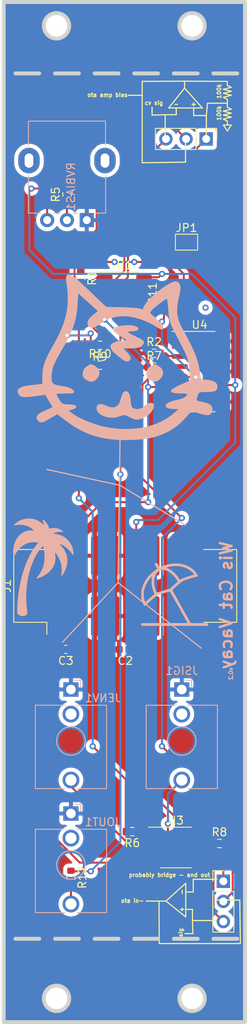
<source format=kicad_pcb>
(kicad_pcb (version 20221018) (generator pcbnew)
  (layers (0 "F.Cu" signal) (31 "B.Cu" signal) (34 "B.Paste" user) (35 "F.Paste" user) (36 "B.SilkS" user "B.Silkscreen") (37 "F.SilkS" user "F.Silkscreen") (38 "B.Mask" user) (39 "F.Mask" user) (44 "Edge.Cuts" user))
  (net 0 "")
  (net 1 "+12V")
  (net 2 "GND")
  (net 3 "-12V")
  (net 9 "Net-(JOUT1-PadT)")
  (net 12 "Net-(J2-Pin_1)")
  (net 13 "Net-(U4A-+)")
  (net 14 "Net-(U4A--)")
  (net 27 "Net-(U1B--)")
  (net 28 "Net-(R11-Pad2)")
  (net 29 "Net-(R1-Pad1)")
  (net 30 "Net-(J2-Pin_2)")
  (net 31 "Net-(J2-Pin_3)")
  (net 32 "Net-(R5-Pad1)")
  (net 33 "Net-(U3A-+)")
  (net 34 "Net-(J3-Pin_1)")
  (net 35 "Net-(U3A--)")
  (net 36 "Net-(J3-Pin_2)")
  (net 37 "Net-(J3-Pin_3)")
  (footprint "Resistor_SMD:R_0603_1608Metric" (layer "F.Cu") (at 28.5 130.25 -90)
    (fp_text reference "R12")
    (fp_text value "1k")
  )
  (footprint "Resistor_SMD:R_0603_1608Metric" (layer "F.Cu") (at 32.175 63.24 180)
    (fp_text reference "R9")
    (fp_text value "100k")
  )
  (footprint "Jumper:SolderJumper-2_P1.3mm_Open_TrianglePad1.0x1.5mm" (layer "F.Cu") (at 43.1 50.25)
    (fp_text reference "JP1")
    (fp_text value "SolderJumper_2_Open")
  )
  (footprint "Resistor_SMD:R_0603_1608Metric" (layer "F.Cu") (at 39 64.25)
    (fp_text reference "R2")
    (fp_text value "1k")
  )
  (footprint "Package_SO:SOP-16_3.9x9.9mm_P1.27mm" (layer "F.Cu") (at 44.75 66.555)
    (fp_text reference "U4")
    (fp_text value "XL13700")
  )
  (footprint "Capacitor_SMD:C_0603_1608Metric" (layer "F.Cu") (at 27.86 101.55 180)
    (fp_text reference "C3")
    (fp_text value "100n")
  )
  (footprint "Connector_IDC:IDC-Header_2x08_P2.54mm_Vertical_SMD" (layer "F.Cu") (at 35.36 93.55 90)
    (fp_text reference "J1")
    (fp_text value "EuroPower16")
  )
  (footprint "Capacitor_SMD:C_0603_1608Metric" (layer "F.Cu") (at 35.36 101.55 180)
    (fp_text reference "C2")
    (fp_text value "100n")
  )
  (footprint "Package_SO:SOIC-8_3.9x4.9mm_P1.27mm" (layer "F.Cu") (at 41.75 126.5)
    (fp_text reference "U3")
    (fp_text value "TL072")
  )
  (footprint "Resistor_SMD:R_0603_1608Metric" (layer "F.Cu") (at 40.25 56.75 90)
    (fp_text reference "R11")
    (fp_text value "18k")
  )
  (footprint "Connector_PinHeader_2.54mm:PinHeader_1x03_P2.54mm_Vertical" (layer "F.Cu") (at 45.58 37.25 -90)
    (fp_text reference "J2" hide)
    (fp_text value "Conn_01x03_Pin")
  )
  (footprint "Connector_PinHeader_2.54mm:PinHeader_1x03_P2.54mm_Vertical" (layer "F.Cu") (at 47.75 130.75)
    (fp_text reference "J3" hide)
    (fp_text value "Conn_01x03_Pin" hide)
  )
  (footprint "Resistor_SMD:R_0603_1608Metric" (layer "F.Cu") (at 29.75 54.75 -90)
    (fp_text reference "R1")
    (fp_text value "10k")
  )
  (footprint "Package_SO:SOIC-8_3.9x4.9mm_P1.27mm" (layer "F.Cu") (at 35.25 56.575)
    (fp_text reference "U1")
    (fp_text value "TL072")
  )
  (footprint "Resistor_SMD:R_0603_1608Metric" (layer "F.Cu") (at 32.175 65.75)
    (fp_text reference "R10")
    (fp_text value "100k")
  )
  (footprint "Resistor_SMD:R_0603_1608Metric" (layer "F.Cu") (at 28 44.25 90)
    (fp_text reference "R5")
    (fp_text value "100k")
  )
  (footprint "Resistor_SMD:R_0603_1608Metric" (layer "F.Cu") (at 47.25 126)
    (fp_text reference "R8")
    (fp_text value "270k")
  )
  (footprint "Resistor_SMD:R_0603_1608Metric" (layer "F.Cu") (at 36.25 124.5 180)
    (fp_text reference "R6")
    (fp_text value "100k")
  )
  (footprint "Resistor_SMD:R_0603_1608Metric" (layer "F.Cu") (at 39 66)
    (fp_text reference "R7")
    (fp_text value "1k")
  )
  (footprint "Connector_Audio:Jack_3.5mm_QingPu_WQP-PJ398SM_Vertical_CircularHoles" (layer "B.Cu") (at 28.5 122.22 180)
    (fp_text reference "JOUT1")
    (fp_text value "Thonkiconn")
  )
  (footprint "Connector_Audio:Jack_3.5mm_QingPu_WQP-PJ398SM_Vertical_CircularHoles" (layer "B.Cu") (at 42.5 106.6 180)
    (fp_text reference "JSIG1")
    (fp_text value "Thonkiconn")
  )
  (footprint "Connector_Audio:Jack_3.5mm_QingPu_WQP-PJ398SM_Vertical_CircularHoles" (layer "B.Cu") (at 28.5 106.6 180)
    (fp_text reference "JENV1")
    (fp_text value "Thonkiconn")
  )
  (footprint "Potentiometer_THT:Potentiometer_Alpha_RD901F-40-00D_Single_Vertical" (layer "B.Cu") (at 30.5 47.475 90)
    (fp_text reference "RVBIAS1")
    (fp_text value "AlphaPot")
  )
  (gr_poly (pts (xy 39.057507 65.746154) (xy 39.032692 65.748767) (xy 39.007597 65.753123) (xy 38.982083 65.75922) (xy 38.956011 65.767059) (xy 38.92924 65.776641) (xy 38.90163 65.787965) (xy 38.873042 65.80103) (xy 38.812372 65.832388) (xy 38.746112 65.870714) (xy 38.673145 65.916009) (xy 38.592351 65.968271) (xy 38.544018 66.001912) (xy 38.498037 66.037858) (xy 38.454437 66.075953) (xy 38.413245 66.116036) (xy 38.374487 66.15795) (xy 38.338191 66.201536) (xy 38.304383 66.246634) (xy 38.273092 66.293086) (xy 38.244344 66.340733) (xy 38.218165 66.389417) (xy 38.194585 66.438979) (xy 38.173629 66.48926) (xy 38.155324 66.540101) (xy 38.139698 66.591343) (xy 38.126779 66.642828) (xy 38.116592 66.694397) (xy 38.109165 66.745891) (xy 38.104526 66.797152) (xy 38.102701 66.848021) (xy 38.103718 66.898338) (xy 38.107603 66.947946) (xy 38.114384 66.996685) (xy 38.124088 67.044396) (xy 38.136743 67.090922) (xy 38.152374 67.136103) (xy 38.17101 67.17978) (xy 38.192677 67.221795) (xy 38.217403 67.261988) (xy 38.245215 67.300202) (xy 38.27614 67.336277) (xy 38.310204 67.370055) (xy 38.347436 67.401377) (xy 38.44677 67.474704) (xy 38.543207 67.538644) (xy 38.636901 67.593203) (xy 38.728003 67.638386) (xy 38.772629 67.657463) (xy 38.816664 67.674199) (xy 38.860128 67.688593) (xy 38.903039 67.700647) (xy 38.945415 67.710362) (xy 38.987277 67.717738) (xy 39.028643 67.722775) (xy 39.069532 67.725475) (xy 39.109963 67.725839) (xy 39.149956 67.723866) (xy 39.189529 67.719559) (xy 39.2287 67.712917) (xy 39.26749 67.70394) (xy 39.305918 67.692631) (xy 39.344001 67.67899) (xy 39.38176 67.663017) (xy 39.419213 67.644713) (xy 39.456379 67.624078) (xy 39.493278 67.601115) (xy 39.529928 67.575822) (xy 39.566348 67.548202) (xy 39.602557 67.518254) (xy 39.674421 67.45138) (xy 39.674424 67.451334) (xy 39.722111 67.401867) (xy 39.766485 67.352183) (xy 39.80755 67.302324) (xy 39.845309 67.25233) (xy 39.879765 67.202245) (xy 39.91092 67.15211) (xy 39.938778 67.101967) (xy 39.963341 67.051858) (xy 39.984613 67.001825) (xy 40.002596 66.951909) (xy 40.017293 66.902153) (xy 40.028707 66.852598) (xy 40.036841 66.803286) (xy 40.041698 66.754259) (xy 40.04328 66.705559) (xy 40.041591 66.657229) (xy 40.036634 66.609309) (xy 40.028411 66.561841) (xy 40.016925 66.514868) (xy 40.002179 66.468432) (xy 39.984177 66.422573) (xy 39.96292 66.377335) (xy 39.938412 66.332759) (xy 39.910656 66.288886) (xy 39.879654 66.24576) (xy 39.84541 66.203421) (xy 39.807926 66.161911) (xy 39.767206 66.121273) (xy 39.723252 66.081548) (xy 39.676067 66.042778) (xy 39.625653 66.005005) (xy 39.572015 65.968271) (xy 39.491221 65.916009) (xy 39.418253 65.870714) (xy 39.351993 65.832388) (xy 39.291323 65.80103) (xy 39.262734 65.787965) (xy 39.235124 65.776641) (xy 39.208353 65.767059) (xy 39.18228 65.75922) (xy 39.156766 65.753123) (xy 39.131672 65.748767) (xy 39.106857 65.746154) (xy 39.082182 65.745283)) (stroke (width 0.195932)) (fill solid) (layer "B.SilkS"))
  (gr_line (start 34.455037 93.133537) (end 27.455037 100.633537) (stroke (width 0.15)) (layer "B.SilkS"))
  (gr_poly (pts (xy 39.257303 90.652332) (xy 39.265129 90.652976) (xy 39.273132 90.654012) (xy 39.281256 90.655427) (xy 39.289448 90.657205) (xy 39.297655 90.659332) (xy 39.305821 90.661791) (xy 39.313894 90.664569) (xy 39.32182 90.667649) (xy 39.329544 90.671017) (xy 39.337013 90.674658) (xy 39.344173 90.678556) (xy 39.35097 90.682697) (xy 39.353219 90.684309) (xy 39.355643 90.686324) (xy 39.361066 90.691642) (xy 39.367335 90.698808) (xy 39.374548 90.707974) (xy 39.382804 90.719297) (xy 39.392199 90.732931) (xy 39.402832 90.74903) (xy 39.4148 90.76775) (xy 39.428201 90.789245) (xy 39.443133 90.813669) (xy 39.477979 90.871928) (xy 39.52012 90.943764) (xy 39.570338 91.030414) (xy 39.606204 91.092316) (xy 39.634071 91.139404) (xy 39.655425 91.173577) (xy 39.664122 91.186414) (xy 39.671749 91.196733) (xy 39.678489 91.204773) (xy 39.684528 91.210771) (xy 39.690053 91.214963) (xy 39.695248 91.217588) (xy 39.7003 91.218881) (xy 39.705393 91.219082) (xy 39.710714 91.218426) (xy 39.716448 91.217151) (xy 39.725709 91.21397) (xy 39.741973 91.207669) (xy 39.764339 91.198616) (xy 39.791905 91.187179) (xy 39.859035 91.158628) (xy 39.936152 91.124958) (xy 40.094898 91.058138) (xy 40.256894 90.996773) (xy 40.421502 90.941043) (xy 40.588089 90.891125) (xy 40.756017 90.847198) (xy 40.924652 90.80944) (xy 41.093358 90.77803) (xy 41.2615 90.753147) (xy 41.378531 90.741938) (xy 41.516428 90.734999) (xy 41.668146 90.732194) (xy 41.82664 90.733383) (xy 41.984865 90.738431) (xy 42.135776 90.747199) (xy 42.272328 90.759551) (xy 42.387476 90.775349) (xy 42.540541 90.804946) (xy 42.69027 90.840722) (xy 42.836466 90.882561) (xy 42.978936 90.930346) (xy 43.117483 90.983962) (xy 43.251914 91.043293) (xy 43.382032 91.108224) (xy 43.507642 91.178638) (xy 43.62855 91.254421) (xy 43.744561 91.335455) (xy 43.855478 91.421627) (xy 43.961108 91.512819) (xy 44.061255 91.608916) (xy 44.155723 91.709802) (xy 44.244319 91.815362) (xy 44.326846 91.92548) (xy 44.36546 91.981947) (xy 44.404832 92.042786) (xy 44.443141 92.10483) (xy 44.478568 92.164913) (xy 44.509291 92.219869) (xy 44.533489 92.266532) (xy 44.542574 92.285765) (xy 44.549344 92.301736) (xy 44.553573 92.314052) (xy 44.555033 92.322315) (xy 44.554742 92.323733) (xy 44.55385 92.325253) (xy 44.552332 92.326883) (xy 44.550161 92.328633) (xy 44.547311 92.33051) (xy 44.543757 92.332522) (xy 44.534428 92.336985) (xy 44.521967 92.342088) (xy 44.506164 92.347895) (xy 44.48681 92.354474) (xy 44.463695 92.361889) (xy 44.436611 92.370206) (xy 44.405349 92.37949) (xy 44.3697 92.389807) (xy 44.329454 92.401223) (xy 44.234337 92.427614) (xy 44.118327 92.459186) (xy 43.838002 92.537428) (xy 43.546879 92.622965) (xy 43.273864 92.707102) (xy 43.047862 92.781147) (xy 42.950628 92.815206) (xy 42.865637 92.846686) (xy 42.790861 92.876519) (xy 42.724276 92.905638) (xy 42.663855 92.934974) (xy 42.607572 92.965462) (xy 42.553401 92.998032) (xy 42.499316 93.033619) (xy 42.433224 93.080833) (xy 42.357095 93.138702) (xy 42.182466 93.279437) (xy 41.990917 93.441901) (xy 41.797932 93.612169) (xy 41.618999 93.776317) (xy 41.469603 93.920419) (xy 41.410821 93.980602) (xy 41.36523 94.030553) (xy 41.334767 94.068529) (xy 41.321368 94.092792) (xy 41.321075 94.095969) (xy 41.321556 94.100332) (xy 41.322876 94.106006) (xy 41.325104 94.113113) (xy 41.332551 94.132127) (xy 41.344433 94.158364) (xy 41.36129 94.192816) (xy 41.383658 94.236475) (xy 41.412075 94.290331) (xy 41.44708 94.355377) (xy 41.539002 94.523001) (xy 41.663726 94.747277) (xy 41.825554 95.036137) (xy 42.028788 95.39751) (xy 42.190485 95.685093) (xy 42.44468 96.138214) (xy 42.574053 96.366779) (xy 42.593795 96.401234) (xy 42.617841 96.44384) (xy 42.64315 96.489187) (xy 42.666682 96.531864) (xy 42.796997 96.765388) (xy 43.036677 97.192249) (xy 43.470562 97.964638) (xy 43.545359 98.099647) (xy 43.575099 98.156193) (xy 43.579048 98.164768) (xy 43.582268 98.172754) (xy 43.587611 98.187039) (xy 43.59028 98.193381) (xy 43.59331 98.199217) (xy 43.596975 98.204568) (xy 43.599131 98.207068) (xy 43.601547 98.209455) (xy 43.604259 98.211731) (xy 43.607299 98.213899) (xy 43.610703 98.215962) (xy 43.614504 98.217922) (xy 43.618736 98.219781) (xy 43.623434 98.221544) (xy 43.634362 98.224786) (xy 43.64756 98.227669) (xy 43.663303 98.230215) (xy 43.681861 98.232445) (xy 43.703508 98.234379) (xy 43.728517 98.236038) (xy 43.75716 98.237444) (xy 43.78971 98.238618) (xy 43.826439 98.23958) (xy 43.913529 98.240954) (xy 44.02061 98.241736) (xy 44.149865 98.242093) (xy 44.303474 98.242193) (xy 44.692484 98.242298) (xy 45.753306 98.243168) (xy 45.803668 98.30077) (xy 45.813932 98.312929) (xy 45.82379 98.325402) (xy 45.833006 98.337836) (xy 45.841345 98.349878) (xy 45.848572 98.361176) (xy 45.851694 98.366435) (xy 45.854449 98.371376) (xy 45.856809 98.375954) (xy 45.858743 98.380126) (xy 45.860222 98.383847) (xy 45.861216 98.387073) (xy 45.861962 98.390676) (xy 45.86244 98.394466) (xy 45.862655 98.398433) (xy 45.862613 98.402567) (xy 45.862319 98.406857) (xy 45.861779 98.411294) (xy 45.859979 98.420569) (xy 45.857255 98.430309) (xy 45.853649 98.440436) (xy 45.849203 98.450869) (xy 45.843959 98.461527) (xy 45.83796 98.47233) (xy 45.831246 98.483197) (xy 45.82386 98.494049) (xy 45.815845 98.504805) (xy 45.807241 98.515385) (xy 45.798092 98.525707) (xy 45.788438 98.535693) (xy 45.778323 98.545261) (xy 45.737261 98.582355) (xy 37.467333 98.582355) (xy 37.411402 98.522617) (xy 37.396331 98.506127) (xy 37.383265 98.490572) (xy 37.377484 98.4831) (xy 37.372204 98.475807) (xy 37.367426 98.468674) (xy 37.363149 98.461685) (xy 37.359373 98.454819) (xy 37.356098 98.44806) (xy 37.353324 98.441389) (xy 37.351051 98.434787) (xy 37.349278 98.428237) (xy 37.348007 98.42172) (xy 37.347236 98.415219) (xy 37.346966 98.408714) (xy 37.347197 98.402188) (xy 37.347928 98.395622) (xy 37.34916 98.388999) (xy 37.350892 98.382299) (xy 37.353125 98.375505) (xy 37.355858 98.368599) (xy 37.359091 98.361562) (xy 37.362824 98.354376) (xy 37.367058 98.347023) (xy 37.371792 98.339485) (xy 37.377025 98.331743) (xy 37.382759 98.323779) (xy 37.395726 98.307113) (xy 37.410693 98.289341) (xy 37.447291 98.247242) (xy 39.416773 98.239246) (xy 42.310259 98.231251) (xy 43.005892 98.228065) (xy 43.177499 98.224509) (xy 43.220113 98.222178) (xy 43.234263 98.219456) (xy 43.226293 98.203085) (xy 43.203452 98.160401) (xy 43.119562 98.007669) (xy 42.995404 97.784416) (xy 42.843791 97.513798) (xy 42.334101 96.606022) (xy 41.81299 95.681143) (xy 41.367541 94.896488) (xy 41.327853 94.827289) (xy 41.188998 94.587635) (xy 41.035578 94.322941) (xy 41.002795 94.265934) (xy 40.944827 94.272938) (xy 40.892406 94.28134) (xy 40.823746 94.295977) (xy 40.646847 94.341059) (xy 40.432413 94.402395) (xy 40.198723 94.474195) (xy 39.96406 94.550672) (xy 39.746705 94.626034) (xy 39.56494 94.694495) (xy 39.493116 94.724327) (xy 39.437045 94.750263) (xy 39.384695 94.77805) (xy 39.328866 94.810761) (xy 39.269427 94.848505) (xy 39.206247 94.891389) (xy 39.139194 94.939522) (xy 39.068139 94.99301) (xy 38.992951 95.051963) (xy 38.913499 95.116487) (xy 38.829653 95.186691) (xy 38.741281 95.262683) (xy 38.550438 95.43246) (xy 38.339926 95.626682) (xy 38.108698 95.84621) (xy 38.017973 95.932488) (xy 37.941899 96.003145) (xy 37.911849 96.030337) (xy 37.888453 96.050889) (xy 37.872707 96.063888) (xy 37.868016 96.067271) (xy 37.865611 96.068424) (xy 37.863222 96.068264) (xy 37.86051 96.067791) (xy 37.854194 96.065959) (xy 37.846812 96.063031) (xy 37.838516 96.059109) (xy 37.829456 96.054295) (xy 37.819785 96.048692) (xy 37.809652 96.042402) (xy 37.799209 96.035526) (xy 37.788607 96.028168) (xy 37.777997 96.020429) (xy 37.767531 96.012412) (xy 37.757358 96.004218) (xy 37.74763 95.995951) (xy 37.738499 95.987713) (xy 37.730114 95.979604) (xy 37.722628 95.971729) (xy 37.704482 95.949067) (xy 37.685037 95.920046) (xy 37.664532 95.885269) (xy 37.643207 95.845342) (xy 37.621302 95.800869) (xy 37.599057 95.752456) (xy 37.576711 95.700706) (xy 37.554504 95.646225) (xy 37.532676 95.589617) (xy 37.511466 95.531487) (xy 37.491115 95.472439) (xy 37.471862 95.413079) (xy 37.453947 95.35401) (xy 37.437609 95.295839) (xy 37.423088 95.239169) (xy 37.410624 95.184604) (xy 37.401475 95.140527) (xy 37.397748 95.120871) (xy 37.394533 95.101907) (xy 37.391792 95.082964) (xy 37.389488 95.063369) (xy 37.387582 95.042451) (xy 37.386035 95.019539) (xy 37.384808 94.993959) (xy 37.383864 94.965041) (xy 37.382669 94.894501) (xy 37.382142 94.802544) (xy 37.381976 94.683796) (xy 37.382096 94.647167) (xy 37.693498 94.647167) (xy 37.694767 94.7629) (xy 37.699947 94.873411) (xy 37.709059 94.9751) (xy 37.715096 95.02151) (xy 37.722125 95.064365) (xy 37.736147 95.134169) (xy 37.753153 95.208611) (xy 37.77208 95.283956) (xy 37.791866 95.356466) (xy 37.811447 95.422405) (xy 37.829762 95.478037) (xy 37.845747 95.519624) (xy 37.852534 95.533983) (xy 37.85834 95.54343) (xy 37.859762 95.54513) (xy 37.861307 95.546707) (xy 37.86297 95.548159) (xy 37.864747 95.549489) (xy 37.866633 95.550694) (xy 37.868623 95.551777) (xy 37.870713 95.552737) (xy 37.872899 95.553574) (xy 37.875175 95.554289) (xy 37.877539 95.554881) (xy 37.879984 95.555352) (xy 37.882507 95.5557) (xy 37.885103 95.555927) (xy 37.887767 95.556033) (xy 37.890495 95.556018) (xy 37.893283 95.555881) (xy 37.896126 95.555624) (xy 37.89902 95.555247) (xy 37.901959 95.554749) (xy 37.90494 95.554131) (xy 37.907958 95.553394) (xy 37.911008 95.552536) (xy 37.914087 95.55156) (xy 37.917189 95.550464) (xy 37.920309 95.549249) (xy 37.923445 95.547916) (xy 37.92659 95.546464) (xy 37.929741 95.544893) (xy 37.932893 95.543205) (xy 37.936041 95.541399) (xy 37.939181 95.539475) (xy 37.942309 95.537433) (xy 37.942286 95.537922) (xy 37.946244 95.535041) (xy 37.952188 95.530333) (xy 37.969553 95.515855) (xy 37.993419 95.495334) (xy 38.022824 95.469616) (xy 38.094408 95.40597) (xy 38.176615 95.331684) (xy 38.414192 95.118608) (xy 38.634275 94.927408) (xy 38.733572 94.843582) (xy 38.823475 94.769508) (xy 38.902309 94.706615) (xy 38.968401 94.65633) (xy 39.029484 94.611566) (xy 39.056681 94.591923) (xy 39.056611 94.590815) (xy 39.055787 94.587909) (xy 39.052023 94.577072) (xy 39.045681 94.560157) (xy 39.037055 94.537906) (xy 39.014116 94.480373) (xy 38.985545 94.410419) (xy 38.95034 94.323504) (xy 38.918103 94.240428) (xy 38.888577 94.160434) (xy 38.861506 94.082767) (xy 38.836635 94.006671) (xy 38.81371 93.93139) (xy 38.792473 93.856167) (xy 38.772669 93.780247) (xy 38.74807 93.679751) (xy 38.728971 93.594386) (xy 38.721274 93.555505) (xy 38.714699 93.518158) (xy 38.709162 93.481598) (xy 38.704579 93.445074) (xy 38.700865 93.407838) (xy 38.697937 93.369141) (xy 38.69571 93.328233) (xy 38.6941 93.284366) (xy 38.692393 93.184757) (xy 38.692141 93.064319) (xy 38.692324 93.032398) (xy 39.021693 93.032398) (xy 39.022475 93.207506) (xy 39.024947 93.338465) (xy 39.026859 93.388727) (xy 39.029244 93.42956) (xy 39.032119 93.461499) (xy 39.035502 93.485081) (xy 39.053585 93.57397) (xy 39.075603 93.667884) (xy 39.100866 93.764512) (xy 39.128683 93.861543) (xy 39.158361 93.956669) (xy 39.189211 94.047578) (xy 39.22054 94.131961) (xy 39.251658 94.207508) (xy 39.288733 94.292974) (xy 39.31782 94.361149) (xy 39.322593 94.372298) (xy 39.327074 94.382069) (xy 39.331382 94.390503) (xy 39.333508 94.394229) (xy 39.335636 94.397636) (xy 39.337781 94.400728) (xy 39.339957 94.403509) (xy 39.34218 94.405984) (xy 39.344465 94.408159) (xy 39.346826 94.410038) (xy 39.349279 94.411626) (xy 39.351838 94.412928) (xy 39.354518 94.413948) (xy 39.357336 94.414692) (xy 39.360304 94.415164) (xy 39.363439 94.415369) (xy 39.366755 94.415312) (xy 39.370268 94.414998) (xy 39.373992 94.414432) (xy 39.377942 94.413618) (xy 39.382134 94.412561) (xy 39.386582 94.411267) (xy 39.391301 94.40974) (xy 39.401613 94.406005) (xy 39.413189 94.401397) (xy 39.42615 94.395954) (xy 39.426135 94.395893) (xy 39.505102 94.364927) (xy 39.618697 94.324298) (xy 39.758635 94.276688) (xy 39.91663 94.224779) (xy 40.253648 94.118791) (xy 40.416099 94.070076) (xy 40.563464 94.02779) (xy 40.834572 93.952187) (xy 40.914682 93.928952) (xy 40.967672 93.91197) (xy 41.000923 93.898645) (xy 41.012454 93.892543) (xy 41.021818 93.886382) (xy 41.037737 93.872586) (xy 41.056063 93.854664) (xy 41.30759 93.618967) (xy 41.55044 93.396408) (xy 41.764651 93.205063) (xy 41.854779 93.126744) (xy 41.930262 93.063007) (xy 41.960979 93.037269) (xy 41.986133 93.01557) (xy 41.995813 93.006947) (xy 42.003129 93.00019) (xy 42.007757 92.995583) (xy 42.008961 92.994175) (xy 42.009371 92.993412) (xy 42.008919 92.99236) (xy 42.007592 92.99) (xy 42.002494 92.981637) (xy 41.994434 92.968888) (xy 41.983769 92.952314) (xy 41.956058 92.909948) (xy 41.922221 92.859043) (xy 41.85424 92.760575) (xy 41.783451 92.66393) (xy 41.710168 92.569407) (xy 41.634702 92.477302) (xy 41.557367 92.387913) (xy 41.478473 92.301538) (xy 41.398335 92.218475) (xy 41.317264 92.139021) (xy 41.235573 92.063474) (xy 41.153575 91.992131) (xy 41.071581 91.925291) (xy 40.989905 91.86325) (xy 40.908859 91.806307) (xy 40.828755 91.75476) (xy 40.749907 91.708905) (xy 40.672625 91.669041) (xy 40.630349 91.64911) (xy 40.589673 91.630821) (xy 40.5504 91.614124) (xy 40.512333 91.598969) (xy 40.475274 91.585306) (xy 40.439025 91.573086) (xy 40.403388 91.562258) (xy 40.368166 91.552772) (xy 40.333162 91.54458) (xy 40.298176 91.53763) (xy 40.263012 91.531874) (xy 40.227473 91.527261) (xy 40.191359 91.523742) (xy 40.154475 91.521266) (xy 40.116621 91.519783) (xy 40.077601 91.519245) (xy 40.023329 91.51962) (xy 39.977037 91.521155) (xy 39.956375 91.522439) (xy 39.937098 91.524109) (xy 39.919001 91.526198) (xy 39.901882 91.528738) (xy 39.885536 91.531761) (xy 39.86976 91.535298) (xy 39.854351 91.539384) (xy 39.839104 91.544048) (xy 39.823817 91.549324) (xy 39.808286 91.555243) (xy 39.775675 91.569141) (xy 39.748858 91.582328) (xy 39.720582 91.598091) (xy 39.691089 91.616221) (xy 39.660622 91.636511) (xy 39.62942 91.658753) (xy 39.597727 91.682739) (xy 39.565783 91.708262) (xy 39.533829 91.735113) (xy 39.502108 91.763085) (xy 39.470861 91.791971) (xy 39.440329 91.821562) (xy 39.410753 91.851651) (xy 39.382376 91.88203) (xy 39.355439 91.91249) (xy 39.330183 91.942826) (xy 39.306849 91.972828) (xy 39.287627 91.999452) (xy 39.268717 92.027555) (xy 39.250147 92.057079) (xy 39.231939 92.087968) (xy 39.214121 92.120166) (xy 39.196717 92.153616) (xy 39.179752 92.188262) (xy 39.163252 92.224047) (xy 39.147242 92.260914) (xy 39.131748 92.298808) (xy 39.116793 92.337672) (xy 39.102405 92.377449) (xy 39.088607 92.418082) (xy 39.075426 92.459516) (xy 39.062886 92.501694) (xy 39.051013 92.544559) (xy 39.021723 92.654285) (xy 39.021693 93.032398) (xy 38.692324 93.032398) (xy 38.692798 92.949497) (xy 38.694518 92.853117) (xy 38.697639 92.771282) (xy 38.702501 92.700098) (xy 38.709441 92.635667) (xy 38.718797 92.574095) (xy 38.730908 92.511486) (xy 38.746111 92.443943) (xy 38.75147 92.420728) (xy 38.756315 92.398601) (xy 38.76055 92.378082) (xy 38.764081 92.35969) (xy 38.766814 92.343943) (xy 38.768654 92.331361) (xy 38.769505 92.322463) (xy 38.769531 92.319558) (xy 38.769274 92.317768) (xy 38.767851 92.316491) (xy 38.765062 92.316945) (xy 38.760968 92.319066) (xy 38.755627 92.322785) (xy 38.74144 92.334752) (xy 38.722974 92.352313) (xy 38.7007 92.374933) (xy 38.675089 92.402078) (xy 38.615747 92.467806) (xy 38.548721 92.545223) (xy 38.477786 92.630056) (xy 38.406715 92.718031) (xy 38.372307 92.761861) (xy 38.339282 92.804874) (xy 38.323033 92.826808) (xy 38.305143 92.851826) (xy 38.286197 92.879055) (xy 38.266784 92.907623) (xy 38.24749 92.93666) (xy 38.228902 92.965292) (xy 38.211607 92.992648) (xy 38.196192 93.017856) (xy 38.15818 93.084019) (xy 38.114143 93.165058) (xy 38.066655 93.255829) (xy 38.018287 93.351185) (xy 37.971612 93.44598) (xy 37.929202 93.535068) (xy 37.893629 93.613304) (xy 37.867465 93.675541) (xy 37.847419 93.729815) (xy 37.827375 93.790142) (xy 37.80769 93.85518) (xy 37.788719 93.923584) (xy 37.77082 93.994012) (xy 37.754349 94.065122) (xy 37.739664 94.13557) (xy 37.727122 94.204014) (xy 37.71956 94.252952) (xy 37.712953 94.304634) (xy 37.702612 94.414434) (xy 37.69612 94.529811) (xy 37.693498 94.647167) (xy 37.382096 94.647167) (xy 37.382441 94.54157) (xy 37.384393 94.423262) (xy 37.388344 94.323579) (xy 37.394807 94.23723) (xy 37.404298 94.158923) (xy 37.417328 94.083365) (xy 37.434413 94.005265) (xy 37.456065 93.91933) (xy 37.481274 93.827733) (xy 37.508337 93.737616) (xy 37.537312 93.648858) (xy 37.568257 93.561339) (xy 37.601231 93.47494) (xy 37.636293 93.389542) (xy 37.673499 93.305023) (xy 37.712908 93.221264) (xy 37.754579 93.138145) (xy 37.798571 93.055546) (xy 37.84494 92.973348) (xy 37.893745 92.891431) (xy 37.945046 92.809674) (xy 37.998899 92.727957) (xy 38.055363 92.646162) (xy 38.114497 92.564167) (xy 38.160181 92.50322) (xy 38.205062 92.445727) (xy 38.250448 92.390196) (xy 38.29765 92.335134) (xy 38.347976 92.279049) (xy 38.402738 92.220447) (xy 38.463243 92.157837) (xy 38.530802 92.089725) (xy 38.62187 92.000478) (xy 38.708779 91.918858) (xy 38.793597 91.843174) (xy 38.878389 91.771738) (xy 38.965222 91.702859) (xy 39.056162 91.634846) (xy 39.153277 91.566011) (xy 39.258631 91.494663) (xy 39.313429 91.457901) (xy 39.358304 91.42716) (xy 39.388624 91.405646) (xy 39.396879 91.399351) (xy 39.399028 91.397494) (xy 39.39976 91.396564) (xy 39.397832 91.392381) (xy 39.392306 91.381812) (xy 39.37201 91.344393) (xy 39.341972 91.290068) (xy 39.315281 91.242426) (xy 40.563164 91.242426) (xy 40.563258 91.244999) (xy 40.563627 91.245638) (xy 40.564335 91.246426) (xy 40.566732 91.248435) (xy 40.570381 91.250987) (xy 40.575209 91.254044) (xy 40.581149 91.257568) (xy 40.588128 91.261521) (xy 40.604929 91.270563) (xy 40.625052 91.280866) (xy 40.647936 91.292126) (xy 40.673021 91.30404) (xy 40.699748 91.316303) (xy 40.762191 91.344997) (xy 40.819217 91.372379) (xy 40.872117 91.399169) (xy 40.922185 91.426086) (xy 40.970714 91.453849) (xy 41.018996 91.483175) (xy 41.068324 91.514785) (xy 41.11999 91.549396) (xy 41.191828 91.599917) (xy 41.262965 91.652932) (xy 41.333364 91.708403) (xy 41.402988 91.766291) (xy 41.471801 91.826559) (xy 41.539764 91.889167) (xy 41.606843 91.954078) (xy 41.672999 92.021253) (xy 41.738196 92.090655) (xy 41.802397 92.162244) (xy 41.865565 92.235983) (xy 41.927663 92.311832) (xy 41.988655 92.389755) (xy 42.048503 92.469713) (xy 42.107171 92.551666) (xy 42.164622 92.635578) (xy 42.204426 92.694518) (xy 42.237679 92.742779) (xy 42.260905 92.775383) (xy 42.26767 92.78426) (xy 42.269651 92.78657) (xy 42.270625 92.787357) (xy 42.271464 92.787102) (xy 42.273052 92.786355) (xy 42.278311 92.783483) (xy 42.286073 92.778942) (xy 42.296008 92.772934) (xy 42.307787 92.76566) (xy 42.32108 92.757321) (xy 42.335559 92.748119) (xy 42.350894 92.738254) (xy 42.350886 92.738315) (xy 42.388163 92.715475) (xy 42.430806 92.691678) (xy 42.478604 92.667006) (xy 42.531349 92.641541) (xy 42.588831 92.615363) (xy 42.65084 92.588554) (xy 42.787607 92.533363) (xy 42.939974 92.476618) (xy 43.106268 92.418965) (xy 43.284815 92.361054) (xy 43.47394 92.303531) (xy 43.798808 92.208027) (xy 43.933314 92.168069) (xy 43.978195 92.154138) (xy 44.01068 92.143354) (xy 44.032658 92.135054) (xy 44.046017 92.128575) (xy 44.050056 92.125811) (xy 44.052648 92.123254) (xy 44.05403 92.12082) (xy 44.054438 92.118427) (xy 44.053879 92.114547) (xy 44.052236 92.109601) (xy 44.04589 92.096743) (xy 44.035792 92.080311) (xy 44.022331 92.060765) (xy 44.005898 92.038563) (xy 43.986884 92.014163) (xy 43.96568 91.988025) (xy 43.942677 91.960605) (xy 43.918265 91.932365) (xy 43.892834 91.90376) (xy 43.866776 91.875252) (xy 43.840482 91.847297) (xy 43.814341 91.820354) (xy 43.788744 91.794882) (xy 43.764083 91.771341) (xy 43.740748 91.750187) (xy 43.639772 91.665684) (xy 43.535307 91.586545) (xy 43.42739 91.512785) (xy 43.316058 91.444414) (xy 43.201347 91.381447) (xy 43.083295 91.323895) (xy 42.961938 91.271773) (xy 42.837314 91.225092) (xy 42.709459 91.183865) (xy 42.57841 91.148105) (xy 42.444204 91.117826) (xy 42.306879 91.093039) (xy 42.16647 91.073758) (xy 42.023015 91.059995) (xy 41.876551 91.051763) (xy 41.727114 91.049076) (xy 41.612355 91.050693) (xy 41.501158 91.055539) (xy 41.39197 91.063813) (xy 41.283235 91.07571) (xy 41.1734 91.09143) (xy 41.06091 91.11117) (xy 40.944212 91.135128) (xy 40.821749 91.163502) (xy 40.751369 91.180837) (xy 40.693906 91.195485) (xy 40.64834 91.20777) (xy 40.613651 91.218012) (xy 40.588818 91.226534) (xy 40.579779 91.23025) (xy 40.572822 91.233657) (xy 40.567819 91.236796) (xy 40.564642 91.239705) (xy 40.563164 91.242426) (xy 39.315281 91.242426) (xy 39.305293 91.224598) (xy 39.263751 91.150044) (xy 39.220484 91.070959) (xy 39.180611 90.996775) (xy 39.149249 90.936924) (xy 39.129579 90.898336) (xy 39.114806 90.868392) (xy 39.109095 90.85613) (xy 39.104415 90.845393) (xy 39.100702 90.835967) (xy 39.097891 90.82764) (xy 39.095918 90.820201) (xy 39.094719 90.813436) (xy 39.094229 90.807133) (xy 39.094383 90.80108) (xy 39.095118 90.795064) (xy 39.096369 90.788874) (xy 39.100161 90.77512) (xy 39.101667 90.770567) (xy 39.10347 90.765936) (xy 39.107919 90.756488) (xy 39.113397 90.74688) (xy 39.119796 90.737212) (xy 39.127007 90.72759) (xy 39.134923 90.718114) (xy 39.143432 90.708887) (xy 39.152428 90.700012) (xy 39.161801 90.691592) (xy 39.171442 90.683729) (xy 39.181243 90.676525) (xy 39.191094 90.670084) (xy 39.200888 90.664508) (xy 39.210514 90.6599) (xy 39.215231 90.65799) (xy 39.219865 90.656361) (xy 39.224403 90.655025) (xy 39.228831 90.653995) (xy 39.235416 90.652914) (xy 39.242392 90.652287) (xy 39.249706 90.652098)) (stroke (width 0.010651)) (fill solid) (layer "B.SilkS"))
  (gr_poly (pts (xy 23.248308 85.074342) (xy 23.379623 85.081272) (xy 23.509662 85.094615) (xy 23.638181 85.114291) (xy 23.764933 85.140214) (xy 23.889672 85.172301) (xy 24.012152 85.210468) (xy 24.132127 85.254633) (xy 24.24935 85.304711) (xy 24.363576 85.36062) (xy 24.474558 85.422274) (xy 24.58205 85.489592) (xy 24.685806 85.562488) (xy 24.78558 85.640881) (xy 24.881126 85.724686) (xy 24.915017 85.756007) (xy 24.944945 85.78344) (xy 24.971155 85.807112) (xy 24.993892 85.827151) (xy 25.013401 85.843684) (xy 25.022022 85.850676) (xy 25.029928 85.856839) (xy 25.037149 85.86219) (xy 25.043717 85.866743) (xy 25.049661 85.870516) (xy 25.055013 85.873524) (xy 25.059804 85.875783) (xy 25.064063 85.877308) (xy 25.067822 85.878117) (xy 25.069523 85.878258) (xy 25.071111 85.878225) (xy 25.072588 85.878021) (xy 25.07396 85.877647) (xy 25.07523 85.877107) (xy 25.076401 85.8764) (xy 25.077478 85.875531) (xy 25.078464 85.8745) (xy 25.079364 85.87331) (xy 25.08018 85.871963) (xy 25.08158 85.868803) (xy 25.082693 85.865039) (xy 25.083551 85.860685) (xy 25.084184 85.855757) (xy 25.084623 85.850271) (xy 25.084899 85.844244) (xy 25.085083 85.830627) (xy 25.083854 85.813526) (xy 25.080309 85.790176) (xy 25.067121 85.727651) (xy 25.047218 85.648897) (xy 25.022299 85.559759) (xy 24.994065 85.466083) (xy 24.964213 85.373714) (xy 24.934443 85.288497) (xy 24.906456 85.216278) (xy 24.903078 85.207592) (xy 24.900783 85.20026) (xy 24.899643 85.194304) (xy 24.899529 85.19185) (xy 24.899731 85.189749) (xy 24.900259 85.188003) (xy 24.901121 85.186615) (xy 24.902326 85.185589) (xy 24.903885 85.184928) (xy 24.905805 85.184633) (xy 24.908096 85.184708) (xy 24.910768 85.185156) (xy 24.913829 85.18598) (xy 24.921155 85.188766) (xy 24.930148 85.193088) (xy 24.940881 85.198971) (xy 24.953428 85.206435) (xy 24.96786 85.215506) (xy 24.984253 85.226205) (xy 25.023208 85.252579) (xy 25.082145 85.295418) (xy 25.139759 85.341796) (xy 25.195858 85.391445) (xy 25.250251 85.444092) (xy 25.302748 85.499467) (xy 25.353156 85.5573) (xy 25.401285 85.617319) (xy 25.446943 85.679255) (xy 25.48994 85.742835) (xy 25.530084 85.80779) (xy 25.567184 85.873849) (xy 25.601048 85.940741) (xy 25.631487 86.008196) (xy 25.658308 86.075942) (xy 25.68132 86.14371) (xy 25.700332 86.211227) (xy 25.706334 86.234579) (xy 25.711977 86.255364) (xy 25.717357 86.273702) (xy 25.719977 86.28199) (xy 25.722567 86.28971) (xy 25.725138 86.296877) (xy 25.727703 86.303506) (xy 25.730273 86.309611) (xy 25.73286 86.315208) (xy 25.735476 86.320311) (xy 25.738133 86.324934) (xy 25.740842 86.329093) (xy 25.743616 86.332802) (xy 25.746466 86.336076) (xy 25.749404 86.338929) (xy 25.752442 86.341377) (xy 25.755592 86.343435) (xy 25.758866 86.345116) (xy 25.762275 86.346436) (xy 25.765832 86.347409) (xy 25.769548 86.34805) (xy 25.773436 86.348374) (xy 25.777506 86.348396) (xy 25.781771 86.34813) (xy 25.786243 86.347592) (xy 25.790933 86.346795) (xy 25.795854 86.345754) (xy 25.806434 86.343002) (xy 25.879403 86.32374) (xy 25.953269 86.30744) (xy 26.027868 86.294095) (xy 26.103037 86.2837) (xy 26.178611 86.276248) (xy 26.254428 86.271733) (xy 26.330322 86.27015) (xy 26.40613 86.271492) (xy 26.481689 86.275753) (xy 26.556834 86.282927) (xy 26.631402 86.293007) (xy 26.705229 86.305988) (xy 26.77815 86.321863) (xy 26.850002 86.340627) (xy 26.920622 86.362273) (xy 26.989845 86.386795) (xy 27.025157 86.401305) (xy 27.064095 86.419281) (xy 27.105844 86.440197) (xy 27.14959 86.463524) (xy 27.194517 86.488734) (xy 27.239811 86.5153) (xy 27.284658 86.542693) (xy 27.328243 86.570385) (xy 27.369751 86.597849) (xy 27.408368 86.624556) (xy 27.443278 86.649979) (xy 27.473668 86.67359) (xy 27.498723 86.69486) (xy 27.517628 86.713262) (xy 27.524519 86.721222) (xy 27.529568 86.728268) (xy 27.532672 86.734332) (xy 27.533729 86.739349) (xy 27.533487 86.74056) (xy 27.532768 86.741699) (xy 27.529948 86.743756) (xy 27.525364 86.745521) (xy 27.519111 86.746992) (xy 27.511284 86.748168) (xy 27.501978 86.749048) (xy 27.47931 86.749916) (xy 27.451865 86.749589) (xy 27.420404 86.748057) (xy 27.385686 86.745313) (xy 27.348472 86.741348) (xy 27.286571 86.735209) (xy 27.223734 86.731477) (xy 27.160048 86.730136) (xy 27.095596 86.731173) (xy 27.030463 86.734572) (xy 26.964735 86.74032) (xy 26.898495 86.748401) (xy 26.831829 86.758801) (xy 26.764821 86.771504) (xy 26.697555 86.786498) (xy 26.630117 86.803766) (xy 26.562591 86.823295) (xy 26.495063 86.84507) (xy 26.427615 86.869075) (xy 26.360334 86.895297) (xy 26.293304 86.923721) (xy 26.164428 86.980621) (xy 26.502723 87.019821) (xy 26.616048 87.034782) (xy 26.726362 87.053124) (xy 26.833757 87.074888) (xy 26.938322 87.100113) (xy 27.040149 87.128841) (xy 27.139329 87.161111) (xy 27.235952 87.196963) (xy 27.330109 87.236439) (xy 27.421891 87.279577) (xy 27.511388 87.326419) (xy 27.598692 87.377005) (xy 27.683892 87.431375) (xy 27.76708 87.489569) (xy 27.848347 87.551628) (xy 27.927782 87.617591) (xy 28.005478 87.6875) (xy 28.063631 87.743478) (xy 28.119345 87.800359) (xy 28.172687 87.858247) (xy 28.223721 87.917248) (xy 28.272516 87.977464) (xy 28.319136 88.039) (xy 28.363647 88.10196) (xy 28.406117 88.166449) (xy 28.446611 88.23257) (xy 28.485196 88.300429) (xy 28.521936 88.370129) (xy 28.5569 88.441774) (xy 28.590153 88.515469) (xy 28.62176 88.591317) (xy 28.651789 88.669424) (xy 28.680305 88.749893) (xy 28.695774 88.797826) (xy 28.710809 88.849169) (xy 28.725305 88.903292) (xy 28.739157 88.959564) (xy 28.764512 89.076035) (xy 28.786033 89.193533) (xy 28.802885 89.307014) (xy 28.809297 89.360671) (xy 28.814227 89.411431) (xy 28.81757 89.458664) (xy 28.819222 89.501739) (xy 28.819077 89.540025) (xy 28.817032 89.572891) (xy 28.806373 89.678177) (xy 28.664306 89.495728) (xy 28.581872 89.392608) (xy 28.497114 89.29188) (xy 28.410435 89.193889) (xy 28.32224 89.098979) (xy 28.232932 89.007494) (xy 28.142915 88.91978) (xy 28.052593 88.836179) (xy 27.96237 88.757038) (xy 27.872649 88.6827) (xy 27.783835 88.61351) (xy 27.696331 88.549812) (xy 27.610542 88.491951) (xy 27.52687 88.44027) (xy 27.44572 88.395115) (xy 27.367497 88.35683) (xy 27.292602 88.32576) (xy 27.240646 88.306668) (xy 27.195353 88.290865) (xy 27.156676 88.27849) (xy 27.124566 88.269678) (xy 27.110959 88.266652) (xy 27.098975 88.264568) (xy 27.088609 88.263445) (xy 27.079853 88.263297) (xy 27.072704 88.264144) (xy 27.067153 88.266003) (xy 27.063195 88.268889) (xy 27.060825 88.272821) (xy 27.060036 88.277816) (xy 27.060821 88.283891) (xy 27.063175 88.291063) (xy 27.067092 88.299349) (xy 27.072566 88.308767) (xy 27.07959 88.319333) (xy 27.098267 88.34398) (xy 27.123072 88.373427) (xy 27.153959 88.407811) (xy 27.190877 88.447271) (xy 27.23378 88.491943) (xy 27.391546 88.666175) (xy 27.531963 88.845397) (xy 27.655009 89.029445) (xy 27.760662 89.218155) (xy 27.848901 89.411361) (xy 27.919704 89.608899) (xy 27.97305 89.810605) (xy 28.008917 90.016314) (xy 28.027283 90.22586) (xy 28.028128 90.439081) (xy 28.011429 90.65581) (xy 27.977166 90.875884) (xy 27.925316 91.099138) (xy 27.855858 91.325407) (xy 27.76877 91.554526) (xy 27.664032 91.786331) (xy 27.647464 91.819704) (xy 27.630231 91.853227) (xy 27.594316 91.91984) (xy 27.557388 91.984415) (xy 27.520546 92.045193) (xy 27.5025 92.073608) (xy 27.484887 92.100416) (xy 27.467846 92.125395) (xy 27.451513 92.148326) (xy 27.436025 92.16899) (xy 27.421521 92.187167) (xy 27.408137 92.202637) (xy 27.396011 92.215179) (xy 27.284973 92.321854) (xy 27.314979 92.150742) (xy 27.324423 92.088517) (xy 27.332362 92.018879) (xy 27.343792 91.861783) (xy 27.349408 91.688291) (xy 27.34935 91.50724) (xy 27.343755 91.327469) (xy 27.332763 91.157814) (xy 27.325287 91.079541) (xy 27.316513 91.007112) (xy 27.306459 90.94163) (xy 27.295143 90.884201) (xy 27.280436 90.822731) (xy 27.263627 90.759477) (xy 27.224142 90.628686) (xy 27.177562 90.493977) (xy 27.124761 90.357498) (xy 27.066614 90.221397) (xy 27.003994 90.087821) (xy 26.937777 89.958919) (xy 26.903592 89.896891) (xy 26.868835 89.836838) (xy 26.838228 89.786193) (xy 26.807277 89.73673) (xy 26.776249 89.688787) (xy 26.745415 89.642704) (xy 26.715043 89.598818) (xy 26.685401 89.557467) (xy 26.656758 89.51899) (xy 26.629383 89.483725) (xy 26.603544 89.45201) (xy 26.57951 89.424184) (xy 26.55755 89.400585) (xy 26.537932 89.381551) (xy 26.529086 89.373852) (xy 26.520925 89.367421) (xy 26.513485 89.3623) (xy 26.506798 89.358532) (xy 26.500899 89.356159) (xy 26.49582 89.355224) (xy 26.491595 89.355768) (xy 26.488258 89.357834) (xy 26.486347 89.360951) (xy 26.484828 89.366072) (xy 26.483695 89.37308) (xy 26.482942 89.381861) (xy 26.482549 89.404275) (xy 26.483595 89.43239) (xy 26.486027 89.465281) (xy 26.489794 89.502023) (xy 26.494843 89.541691) (xy 26.501121 89.583359) (xy 26.5103 89.64546) (xy 26.517968 89.709065) (xy 26.524132 89.773877) (xy 26.528802 89.839596) (xy 26.531988 89.905923) (xy 26.533696 89.97256) (xy 26.533937 90.039209) (xy 26.532719 90.10557) (xy 26.530051 90.171344) (xy 26.525942 90.236234) (xy 26.5204 90.29994) (xy 26.513435 90.362163) (xy 26.505054 90.422605) (xy 26.495268 90.480967) (xy 26.484084 90.53695) (xy 26.471512 90.590256) (xy 26.433757 90.719812) (xy 26.387276 90.847824) (xy 26.332325 90.974) (xy 26.269159 91.098048) (xy 26.198034 91.219677) (xy 26.119204 91.338593) (xy 26.032926 91.454505) (xy 25.939455 91.567122) (xy 25.839045 91.67615) (xy 25.731954 91.781299) (xy 25.618435 91.882275) (xy 25.498745 91.978788) (xy 25.373139 92.070545) (xy 25.241872 92.157254) (xy 25.1052 92.238624) (xy 24.963379 92.314362) (xy 24.922917 92.333902) (xy 24.875581 92.355276) (xy 24.765005 92.401814) (xy 24.641091 92.45056) (xy 24.513277 92.4981) (xy 24.391002 92.54102) (xy 24.283707 92.575905) (xy 24.200829 92.59934) (xy 24.171497 92.605696) (xy 24.151809 92.60791) (xy 24.150123 92.607605) (xy 24.148952 92.606698) (xy 24.148287 92.605206) (xy 24.148116 92.603143) (xy 24.149223 92.597363) (xy 24.152195 92.589478) (xy 24.156952 92.579609) (xy 24.163417 92.567876) (xy 24.181156 92.539293) (xy 24.204784 92.504689) (xy 24.233675 92.465021) (xy 24.2672 92.421249) (xy 24.304733 92.374329) (xy 24.416691 92.232354) (xy 24.520304 92.090792) (xy 24.615726 91.949206) (xy 24.703113 91.807158) (xy 24.782621 91.664211) (xy 24.854405 91.519929) (xy 24.91862 91.373872) (xy 24.975422 91.225605) (xy 25.024966 91.07469) (xy 25.067408 90.920688) (xy 25.102903 90.763165) (xy 25.131607 90.60168) (xy 25.153674 90.435799) (xy 25.169262 90.265082) (xy 25.178524 90.089093) (xy 25.181617 89.907394) (xy 25.178797 89.754811) (xy 25.17061 89.591368) (xy 25.157607 89.421922) (xy 25.140339 89.251331) (xy 25.119355 89.084453) (xy 25.095207 88.926144) (xy 25.068445 88.781261) (xy 25.039619 88.654663) (xy 25 88.5) (xy 24.807831 88.693314) (xy 24.609911 88.91028) (xy 24.419065 89.155069) (xy 24.235921 89.425833) (xy 24.061107 89.720729) (xy 23.895251 90.037909) (xy 23.738982 90.375528) (xy 23.592927 90.73174) (xy 23.457716 91.1047) (xy 23.333975 91.492562) (xy 23.222334 91.89348) (xy 23.12342 92.305608) (xy 23.037862 92.727101) (xy 22.966288 93.156112) (xy 22.909326 93.590797) (xy 22.867604 94.029309) (xy 22.841751 94.469803) (xy 22.83677 94.688309) (xy 22.83766 94.937781) (xy 22.844037 95.210139) (xy 22.855516 95.497303) (xy 22.871712 95.791192) (xy 22.892241 96.083725) (xy 22.916717 96.366821) (xy 22.944755 96.632401) (xy 22.958376 96.752264) (xy 22.96371 96.80268) (xy 22.968057 96.847375) (xy 22.971415 96.886814) (xy 22.97378 96.921464) (xy 22.975151 96.951791) (xy 22.975526 96.978262) (xy 22.975338 96.990197) (xy 22.974901 97.001343) (xy 22.974213 97.011759) (xy 22.973275 97.021501) (xy 22.972085 97.03063) (xy 22.970644 97.039202) (xy 22.968952 97.047277) (xy 22.967008 97.054913) (xy 22.964812 97.062167) (xy 22.962363 97.069099) (xy 22.959661 97.075767) (xy 22.956707 97.082228) (xy 22.953499 97.088541) (xy 22.950037 97.094765) (xy 22.942352 97.107178) (xy 22.929917 97.124942) (xy 22.916207 97.142255) (xy 22.901287 97.159073) (xy 22.885225 97.175352) (xy 22.868086 97.191048) (xy 22.849937 97.206119) (xy 22.830846 97.220519) (xy 22.810877 97.234207) (xy 22.790099 97.247138) (xy 22.768577 97.259269) (xy 22.746378 97.270556) (xy 22.723569 97.280955) (xy 22.700215 97.290423) (xy 22.676384 97.298917) (xy 22.652142 97.306392) (xy 22.627556 97.312805) (xy 22.627594 97.312668) (xy 22.573456 97.323798) (xy 22.51883 97.331663) (xy 22.463974 97.336321) (xy 22.409144 97.337832) (xy 22.354599 97.336256) (xy 22.300594 97.331651) (xy 22.247387 97.324078) (xy 22.195235 97.313595) (xy 22.144395 97.300262) (xy 22.095124 97.284139) (xy 22.04768 97.265285) (xy 22.002318 97.243759) (xy 21.959297 97.21962) (xy 21.918874 97.192929) (xy 21.881305 97.163745) (xy 21.863671 97.148236) (xy 21.846847 97.132126) (xy 21.734329 97.019608) (xy 21.734451 96.625992) (xy 21.739058 96.344005) (xy 21.752303 96.033784) (xy 21.773589 95.701862) (xy 21.802317 95.354771) (xy 21.83789 94.999043) (xy 21.87971 94.641213) (xy 21.927178 94.287812) (xy 21.979698 93.945374) (xy 22.054622 93.520612) (xy 22.138881 93.103416) (xy 22.232234 92.694394) (xy 22.334443 92.294154) (xy 22.445267 91.903306) (xy 22.564467 91.522459) (xy 22.691803 91.152221) (xy 22.827035 90.793201) (xy 22.969922 90.446009) (xy 23.120227 90.111252) (xy 23.277708 89.789541) (xy 23.442125 89.481483) (xy 23.61324 89.187687) (xy 23.790811 88.908763) (xy 23.974601 88.645319) (xy 24.164367 88.397965) (xy 24.206934 88.344821) (xy 24.246646 88.294627) (xy 24.282633 88.248533) (xy 24.314026 88.207691) (xy 24.339955 88.173254) (xy 24.359553 88.146373) (xy 24.366705 88.136127) (xy 24.371949 88.128201) (xy 24.375174 88.12274) (xy 24.375997 88.120979) (xy 24.376274 88.119888) (xy 24.375353 88.11611) (xy 24.372636 88.112301) (xy 24.362078 88.104628) (xy 24.345136 88.09695) (xy 24.322344 88.089345) (xy 24.294238 88.081894) (xy 24.26135 88.074674) (xy 24.183374 88.061249) (xy 24.092694 88.049703) (xy 23.993589 88.040671) (xy 23.890337 88.034787) (xy 23.787216 88.032684) (xy 23.663486 88.03563) (xy 23.541861 88.044477) (xy 23.422313 88.059237) (xy 23.304811 88.079923) (xy 23.189323 88.10655) (xy 23.075821 88.139131) (xy 22.964274 88.177678) (xy 22.854651 88.222204) (xy 22.746923 88.272724) (xy 22.641058 88.32925) (xy 22.537027 88.391795) (xy 22.4348 88.460372) (xy 22.334346 88.534996) (xy 22.235634 88.615678) (xy 22.138636 88.702433) (xy 22.043319 88.795273) (xy 22.001353 88.839112) (xy 21.9579 88.886878) (xy 21.867741 88.992527) (xy 21.775254 89.108894) (xy 21.682851 89.232651) (xy 21.592942 89.36047) (xy 21.507941 89.489025) (xy 21.430258 89.614988) (xy 21.394914 89.675957) (xy 21.362304 89.735031) (xy 21.340855 89.773954) (xy 21.321693 89.806193) (xy 21.304689 89.83141) (xy 21.289713 89.849266) (xy 21.282946 89.855327) (xy 21.276637 89.859421) (xy 21.27077 89.861505) (xy 21.265329 89.861537) (xy 21.260299 89.859474) (xy 21.255662 89.855274) (xy 21.251403 89.848895) (xy 21.247505 89.840294) (xy 21.240729 89.816257) (xy 21.235204 89.782825) (xy 21.2308 89.739657) (xy 21.227389 89.686417) (xy 21.223026 89.548358) (xy 21.221077 89.365936) (xy 21.222091 89.228241) (xy 21.226682 89.094974) (xy 21.234915 88.965888) (xy 21.246855 88.840735) (xy 21.26257 88.719264) (xy 21.282126 88.601229) (xy 21.305588 88.48638) (xy 21.333024 88.37447) (xy 21.364498 88.265249) (xy 21.400078 88.15847) (xy 21.439829 88.053883) (xy 21.483818 87.951241) (xy 21.532111 87.850294) (xy 21.584774 87.750795) (xy 21.641874 87.652495) (xy 21.703476 87.555145) (xy 21.787116 87.435095) (xy 21.8747 87.322851) (xy 21.966184 87.218436) (xy 22.061523 87.121876) (xy 22.160674 87.033194) (xy 22.263592 86.952413) (xy 22.370233 86.879558) (xy 22.480552 86.814653) (xy 22.594507 86.757722) (xy 22.712051 86.708789) (xy 22.833142 86.667878) (xy 22.957735 86.635012) (xy 23.085785 86.610217) (xy 23.217249 86.593515) (xy 23.352083 86.58493) (xy 23.490242 86.584488) (xy 23.612417 86.587569) (xy 23.661151 86.58842) (xy 23.702156 86.588565) (xy 23.719881 86.588315) (xy 23.735816 86.587818) (xy 23.750009 86.587052) (xy 23.762509 86.585993) (xy 23.773362 86.584618) (xy 23.782617 86.582905) (xy 23.790321 86.580829) (xy 23.796522 86.578367) (xy 23.799073 86.576985) (xy 23.801267 86.575497) (xy 23.803108 86.573902) (xy 23.804604 86.572195) (xy 23.805759 86.570375) (xy 23.80658 86.568439) (xy 23.807073 86.566382) (xy 23.807244 86.564203) (xy 23.807099 86.561899) (xy 23.806643 86.559467) (xy 23.804824 86.554206) (xy 23.801835 86.548397) (xy 23.797724 86.542017) (xy 23.792538 86.535043) (xy 23.786325 86.527451) (xy 23.771009 86.510323) (xy 23.730148 86.467636) (xy 23.700506 86.438363) (xy 23.666725 86.407639) (xy 23.629297 86.375788) (xy 23.588715 86.343138) (xy 23.545471 86.310014) (xy 23.500058 86.276742) (xy 23.404691 86.211056) (xy 23.306555 86.148687) (xy 23.257679 86.119562) (xy 23.209587 86.092243) (xy 23.162772 86.067057) (xy 23.117726 86.044329) (xy 23.074942 86.024386) (xy 23.034912 86.007553) (xy 22.9591 85.979649) (xy 22.879785 85.954256) (xy 22.797242 85.931398) (xy 22.711748 85.911099) (xy 22.623579 85.893386) (xy 22.533011 85.878281) (xy 22.440322 85.865811) (xy 22.345787 85.855999) (xy 22.249682 85.84887) (xy 22.152285 85.84445) (xy 22.053871 85.842762) (xy 21.954718 85.843831) (xy 21.8551 85.847682) (xy 21.755295 85.85434) (xy 21.655579 85.86383) (xy 21.556228 85.876175) (xy 21.506267 85.882782) (xy 21.459061 85.888323) (xy 21.415686 85.892732) (xy 21.377219 85.895943) (xy 21.344735 85.897889) (xy 21.331073 85.898367) (xy 21.319311 85.898504) (xy 21.309582 85.898292) (xy 21.302022 85.897722) (xy 21.296765 85.896787) (xy 21.295042 85.896179) (xy 21.293945 85.895477) (xy 21.29301 85.892347) (xy 21.294601 85.887497) (xy 21.304879 85.873015) (xy 21.323808 85.852786) (xy 21.350419 85.827568) (xy 21.422805 85.765183) (xy 21.514279 85.691906) (xy 21.617082 85.613784) (xy 21.723454 85.536864) (xy 21.825636 85.467191) (xy 21.872732 85.436962) (xy 21.91587 85.410812) (xy 21.972808 85.378925) (xy 22.032626 85.348045) (xy 22.094984 85.318275) (xy 22.159546 85.289722) (xy 22.225971 85.262489) (xy 22.293922 85.236681) (xy 22.363059 85.212404) (xy 22.433045 85.189762) (xy 22.503541 85.16886) (xy 22.574207 85.149802) (xy 22.644707 85.132694) (xy 22.7147 85.117641) (xy 22.783848 85.104746) (xy 22.851814 85.094115) (xy 22.918258 85.085852) (xy 22.982841 85.080063) (xy 23.115966 85.073912)) (stroke (width 0.032217)) (fill solid) (layer "B.SilkS"))
  (gr_line (start 34.455037 93.133537) (end 44.955037 101.383537) (stroke (width 0.15)) (layer "B.SilkS"))
  (gr_line (start 34.705037 75.133537) (end 34.455037 93.133537) (stroke (width 0.15)) (layer "B.SilkS"))
  (gr_poly (pts (xy 28.161075 54.414483) (xy 28.115046 54.428871) (xy 28.076068 54.454503) (xy 28.043891 54.491293) (xy 28.018267 54.539152) (xy 27.998946 54.597991) (xy 27.985679 54.667724) (xy 27.978217 54.748262) (xy 27.979711 54.941402) (xy 28.001434 55.176706) (xy 28.041394 55.45347) (xy 28.112927 55.951381) (xy 28.163397 56.439417) (xy 28.192529 56.918931) (xy 28.200046 57.391277) (xy 28.185674 57.857807) (xy 28.149135 58.319876) (xy 28.090154 58.778836) (xy 28.008455 59.23604) (xy 27.903761 59.692843) (xy 27.775796 60.150597) (xy 27.624286 60.610655) (xy 27.448952 61.074372) (xy 27.249521 61.5431) (xy 27.025714 62.018192) (xy 26.777257 62.501002) (xy 26.503873 62.992884) (xy 26.088151 63.730389) (xy 25.91074 64.059037) (xy 25.752342 64.3645) (xy 25.611994 64.649441) (xy 25.488731 64.916523) (xy 25.381589 65.168408) (xy 25.289604 65.407761) (xy 25.211812 65.637243) (xy 25.147247 65.859519) (xy 25.094946 66.077251) (xy 25.053945 66.293102) (xy 25.023279 66.509735) (xy 25.001983 66.729813) (xy 24.989094 66.956) (xy 24.983648 67.190958) (xy 24.975049 68.199717) (xy 23.611692 68.336634) (xy 23.344787 68.366709) (xy 23.100419 68.401107) (xy 22.878459 68.43991) (xy 22.678779 68.4832) (xy 22.50125 68.53106) (xy 22.345745 68.58357) (xy 22.212134 68.640813) (xy 22.10029 68.702871) (xy 22.05249 68.735732) (xy 22.010083 68.769827) (xy 21.973054 68.805167) (xy 21.941386 68.841761) (xy 21.915063 68.879621) (xy 21.89407 68.918756) (xy 21.87839 68.959178) (xy 21.868007 69.000895) (xy 21.862905 69.043918) (xy 21.863068 69.088258) (xy 21.86848 69.133924) (xy 21.879125 69.180928) (xy 21.894987 69.229279) (xy 21.91605 69.278987) (xy 21.973714 69.382517) (xy 21.995223 69.414122) (xy 22.018234 69.44385) (xy 22.042929 69.471711) (xy 22.069487 69.497716) (xy 22.098091 69.521873) (xy 22.12892 69.544195) (xy 22.162157 69.564689) (xy 22.197981 69.583368) (xy 22.236575 69.600241) (xy 22.278118 69.615318) (xy 22.322792 69.628609) (xy 22.370777 69.640124) (xy 22.422256 69.649874) (xy 22.477408 69.657869) (xy 22.536414 69.664118) (xy 22.599456 69.668633) (xy 22.666715 69.671422) (xy 22.738371 69.672497) (xy 22.814605 69.671867) (xy 22.895598 69.669543) (xy 22.981532 69.665535) (xy 23.072588 69.659852) (xy 23.270785 69.643505) (xy 23.49164 69.620582) (xy 23.736598 69.591166) (xy 24.007107 69.555338) (xy 24.304616 69.513178) (xy 25.299604 69.368464) (xy 25.807309 70.224467) (xy 26.315015 71.080485) (xy 25.376462 71.499079) (xy 25.178271 71.589735) (xy 25.000474 71.676036) (xy 24.842701 71.758456) (xy 24.704583 71.837469) (xy 24.58575 71.913548) (xy 24.485833 71.987168) (xy 24.442852 72.023204) (xy 24.404461 72.058803) (xy 24.370614 72.094023) (xy 24.341265 72.128925) (xy 24.316368 72.163568) (xy 24.295876 72.198011) (xy 24.279743 72.232312) (xy 24.267923 72.266532) (xy 24.26037 72.300729) (xy 24.257037 72.334964) (xy 24.257879 72.369294) (xy 24.262849 72.403779) (xy 24.271901 72.438479) (xy 24.284988 72.473453) (xy 24.302065 72.50876) (xy 24.323086 72.544459) (xy 24.348003 72.580609) (xy 24.376772 72.617271) (xy 24.445676 72.692362) (xy 24.470647 72.716823) (xy 24.494984 72.739493) (xy 24.518854 72.760336) (xy 24.542427 72.779314) (xy 24.565871 72.796391) (xy 24.589353 72.811531) (xy 24.613044 72.824696) (xy 24.63711 72.83585) (xy 24.66172 72.844956) (xy 24.687044 72.851978) (xy 24.713248 72.856879) (xy 24.740501 72.859621) (xy 24.768973 72.86017) (xy 24.798831 72.858487) (xy 24.830243 72.854536) (xy 24.863379 72.84828) (xy 24.898406 72.839683) (xy 24.935492 72.828708) (xy 24.974807 72.815319) (xy 25.016519 72.799478) (xy 25.060795 72.781149) (xy 25.107805 72.760295) (xy 25.157717 72.73688) (xy 25.210699 72.710867) (xy 25.326547 72.650899) (xy 25.456696 72.580099) (xy 25.602493 72.498172) (xy 25.765287 72.404825) (xy 26.784185 71.816569) (xy 27.985891 72.725977) (xy 28.403215 73.030121) (xy 28.821773 73.311463) (xy 29.24288 73.570413) (xy 29.66785 73.807381) (xy 30.098 74.022777) (xy 30.534644 74.217013) (xy 30.979097 74.390498) (xy 31.432674 74.543642) (xy 31.896691 74.676857) (xy 32.372462 74.790552) (xy 32.861303 74.885138) (xy 33.364528 74.961025) (xy 33.883453 75.018624) (xy 34.419393 75.058345) (xy 34.973663 75.080599) (xy 35.547578 75.085795) (xy 36.0255 75.077441) (xy 36.497394 75.058019) (xy 36.957618 75.028111) (xy 37.400531 74.988297) (xy 37.820491 74.939158) (xy 38.211857 74.881275) (xy 38.568987 74.81523) (xy 38.886239 74.741602) (xy 38.886243 74.741648) (xy 39.1906 74.657243) (xy 39.485534 74.56552) (xy 39.77142 74.466256) (xy 40.048632 74.359227) (xy 40.317548 74.244209) (xy 40.578542 74.120978) (xy 40.83199 73.98931) (xy 41.078267 73.848982) (xy 41.31775 73.699769) (xy 41.550812 73.541448) (xy 41.777831 73.373794) (xy 41.999181 73.196584) (xy 42.215237 73.009594) (xy 42.426377 72.8126) (xy 42.632974 72.605378) (xy 42.835405 72.387705) (xy 43.695012 71.431605) (xy 44.572488 71.693934) (xy 44.78776 71.756833) (xy 44.983241 71.810633) (xy 45.159992 71.85525) (xy 45.319076 71.890599) (xy 45.461554 71.916594) (xy 45.58849 71.933151) (xy 45.700945 71.940185) (xy 45.799982 71.937611) (xy 45.886662 71.925344) (xy 45.925701 71.915549) (xy 45.962049 71.903299) (xy 45.995839 71.888583) (xy 46.027204 71.871391) (xy 46.056276 71.851712) (xy 46.083189 71.829535) (xy 46.108075 71.804851) (xy 46.131067 71.777647) (xy 46.1719 71.715642) (xy 46.206751 71.643434) (xy 46.23668 71.560938) (xy 46.25146 71.510137) (xy 46.263195 71.460464) (xy 46.271884 71.41192) (xy 46.277528 71.364505) (xy 46.280127 71.318218) (xy 46.279681 71.27306) (xy 46.27619 71.229031) (xy 46.269655 71.186131) (xy 46.260074 71.14436) (xy 46.247449 71.103718) (xy 46.23178 71.064205) (xy 46.213065 71.025822) (xy 46.191307 70.988568) (xy 46.166504 70.952444) (xy 46.138657 70.917449) (xy 46.107765 70.883583) (xy 46.07383 70.850848) (xy 46.036851 70.819242) (xy 45.996827 70.788766) (xy 45.95376 70.75942) (xy 45.907649 70.731204) (xy 45.858494 70.704118) (xy 45.806295 70.678162) (xy 45.751053 70.653336) (xy 45.692768 70.629641) (xy 45.631439 70.607077) (xy 45.567067 70.585642) (xy 45.499652 70.565339) (xy 45.429193 70.546166) (xy 45.355692 70.528124) (xy 45.199559 70.495432) (xy 44.870514 70.430957) (xy 44.73719 70.4011) (xy 44.623308 70.371318) (xy 44.527853 70.340474) (xy 44.486717 70.3243) (xy 44.449807 70.307436) (xy 44.416995 70.289738) (xy 44.388154 70.271067) (xy 44.363157 70.25128) (xy 44.341877 70.230234) (xy 44.324187 70.207789) (xy 44.30996 70.183802) (xy 44.299069 70.158132) (xy 44.291386 70.130637) (xy 44.286785 70.101175) (xy 44.285138 70.069603) (xy 44.286319 70.035781) (xy 44.290199 69.999567) (xy 44.305554 69.919393) (xy 44.330184 69.827946) (xy 44.363074 69.724093) (xy 44.403207 69.606699) (xy 44.438048 69.509378) (xy 44.471598 69.42349) (xy 44.488372 69.38461) (xy 44.505403 69.348322) (xy 44.522885 69.314537) (xy 44.541009 69.283165) (xy 44.55997 69.254119) (xy 44.57996 69.227308) (xy 44.601174 69.202644) (xy 44.623803 69.180038) (xy 44.648041 69.159401) (xy 44.674082 69.140645) (xy 44.702118 69.12368) (xy 44.732343 69.108418) (xy 44.764949 69.094769) (xy 44.80013 69.082645) (xy 44.83808 69.071957) (xy 44.878991 69.062616) (xy 44.923056 69.054533) (xy 44.970469 69.04762) (xy 45.021423 69.041786) (xy 45.076111 69.036944) (xy 45.197461 69.029879) (xy 45.336065 69.025713) (xy 45.493468 69.023735) (xy 45.671216 69.023234) (xy 45.949521 69.0194) (xy 46.071729 69.014419) (xy 46.183263 69.007228) (xy 46.284588 68.997701) (xy 46.376171 68.985711) (xy 46.458479 68.971134) (xy 46.531978 68.953842) (xy 46.597135 68.933711) (xy 46.654416 68.910614) (xy 46.704286 68.884426) (xy 46.747214 68.85502) (xy 46.783665 68.822272) (xy 46.814105 68.786054) (xy 46.839001 68.746241) (xy 46.858819 68.702707) (xy 46.877183 68.65041) (xy 46.891755 68.599179) (xy 46.902566 68.549041) (xy 46.909646 68.500024) (xy 46.913026 68.452153) (xy 46.912737 68.405457) (xy 46.908808 68.359962) (xy 46.90127 68.315694) (xy 46.890154 68.272682) (xy 46.875489 68.230951) (xy 46.857307 68.190529) (xy 46.835637 68.151442) (xy 46.810511 68.113719) (xy 46.781958 68.077384) (xy 46.750009 68.042466) (xy 46.714694 68.008991) (xy 46.676044 67.976987) (xy 46.63409 67.94648) (xy 46.588861 67.917497) (xy 46.540388 67.890064) (xy 46.488701 67.86421) (xy 46.433831 67.839961) (xy 46.375808 67.817343) (xy 46.314663 67.796385) (xy 46.250427 67.777112) (xy 46.183128 67.759551) (xy 46.139018 67.749628) (xy 43.629232 67.749628) (xy 42.433343 68.271921) (xy 42.193112 68.38118) (xy 41.968998 68.49149) (xy 41.765906 68.599837) (xy 41.588741 68.703209) (xy 41.511413 68.752088) (xy 41.442407 68.798592) (xy 41.382335 68.842347) (xy 41.33181 68.882974) (xy 41.291446 68.920097) (xy 41.261855 68.95334) (xy 41.243651 68.982326) (xy 41.239011 68.995104) (xy 41.237447 69.006678) (xy 41.238717 69.018466) (xy 41.242501 69.030003) (xy 41.248757 69.041279) (xy 41.257445 69.052287) (xy 41.268523 69.063018) (xy 41.281952 69.073466) (xy 41.297689 69.083621) (xy 41.315694 69.093476) (xy 41.335927 69.103023) (xy 41.358345 69.112254) (xy 41.38291 69.12116) (xy 41.409579 69.129735) (xy 41.469067 69.145854) (xy 41.536483 69.160549) (xy 41.611499 69.173755) (xy 41.69379 69.185408) (xy 41.783027 69.195444) (xy 41.878884 69.203799) (xy 41.981034 69.210408) (xy 42.089149 69.215209) (xy 42.202903 69.218136) (xy 42.321969 69.219126) (xy 42.656927 69.22095) (xy 42.793726 69.223878) (xy 42.911431 69.228728) (xy 43.011062 69.235932) (xy 43.093637 69.245924) (xy 43.160178 69.259134) (xy 43.211703 69.275997) (xy 43.232153 69.285934) (xy 43.249231 69.296945) (xy 43.263066 69.309086) (xy 43.273784 69.322411) (xy 43.281513 69.336973) (xy 43.286379 69.352827) (xy 43.288512 69.370027) (xy 43.288038 69.388626) (xy 43.279778 69.430242) (xy 43.262621 69.478105) (xy 43.237585 69.53265) (xy 43.20569 69.594309) (xy 43.19284 69.616515) (xy 43.178139 69.638595) (xy 43.161608 69.660537) (xy 43.14327 69.68233) (xy 43.123148 69.703964) (xy 43.101264 69.725427) (xy 43.07764 69.746709) (xy 43.0523 69.767798) (xy 43.025265 69.788684) (xy 42.996558 69.809355) (xy 42.93422 69.850011) (xy 42.865464 69.889677) (xy 42.790471 69.928267) (xy 42.709421 69.965691) (xy 42.622493 70.001863) (xy 42.529869 70.036695) (xy 42.431727 70.070099) (xy 42.328249 70.101986) (xy 42.219613 70.132271) (xy 42.106001 70.160864) (xy 41.987592 70.187678) (xy 41.680909 70.259745) (xy 41.410162 70.335977) (xy 41.175773 70.415201) (xy 40.978164 70.496243) (xy 40.893284 70.53708) (xy 40.817757 70.577931) (xy 40.751637 70.61865) (xy 40.694975 70.65909) (xy 40.647825 70.699106) (xy 40.610239 70.738549) (xy 40.58227 70.777274) (xy 40.56397 70.815134) (xy 40.555394 70.851982) (xy 40.556592 70.887672) (xy 40.567619 70.922057) (xy 40.588526 70.95499) (xy 40.619367 70.986325) (xy 40.660194 71.015916) (xy 40.711061 71.043614) (xy 40.772019 71.069275) (xy 40.843121 71.09275) (xy 40.924421 71.113894) (xy 41.015971 71.132561) (xy 41.117823 71.148602) (xy 41.230031 71.161872) (xy 41.352647 71.172224) (xy 41.629316 71.183588) (xy 42.315076 71.194788) (xy 41.563489 71.858729) (xy 41.175228 72.176319) (xy 40.759653 72.467953) (xy 40.318339 72.733304) (xy 39.852864 72.972046) (xy 39.364802 73.183851) (xy 38.85573 73.368394) (xy 38.327223 73.525348) (xy 37.780858 73.654387) (xy 37.218211 73.755183) (xy 36.640857 73.82741) (xy 36.050373 73.870742) (xy 35.448334 73.884852) (xy 34.836316 73.869414) (xy 34.215896 73.8241) (xy 33.588649 73.748585) (xy 32.956151 73.642542) (xy 32.956136 73.642542) (xy 32.660752 73.580736) (xy 32.355132 73.506778) (xy 32.041954 73.421771) (xy 31.723897 73.326814) (xy 31.40364 73.223009) (xy 31.083863 73.111457) (xy 30.456464 72.869517) (xy 30.1542 72.74133) (xy 29.863131 72.6098) (xy 29.585937 72.476029) (xy 29.325296 72.341117) (xy 29.083888 72.206165) (xy 28.864392 72.072275) (xy 28.669487 71.940547) (xy 28.501851 71.812082) (xy 28.012021 71.407465) (xy 28.550832 71.271723) (xy 28.625374 71.252008) (xy 28.694022 71.231954) (xy 28.756818 71.211624) (xy 28.813805 71.191083) (xy 28.865025 71.170393) (xy 28.910521 71.149617) (xy 28.950335 71.128819) (xy 28.984511 71.108062) (xy 29.013091 71.087409) (xy 29.036117 71.066924) (xy 29.053633 71.046669) (xy 29.06568 71.026708) (xy 29.072302 71.007105) (xy 29.07354 70.987921) (xy 29.069438 70.969222) (xy 29.060039 70.951069) (xy 29.045384 70.933527) (xy 29.025517 70.916657) (xy 29.00048 70.900525) (xy 28.970316 70.885192) (xy 28.935067 70.870723) (xy 28.894776 70.85718) (xy 28.849486 70.844626) (xy 28.799239 70.833126) (xy 28.744078 70.822742) (xy 28.684045 70.813537) (xy 28.619184 70.805574) (xy 28.549536 70.798918) (xy 28.475145 70.79363) (xy 28.396053 70.789775) (xy 28.223935 70.786616) (xy 28.086474 70.785666) (xy 27.962594 70.782382) (xy 27.851038 70.776113) (xy 27.75055 70.766209) (xy 27.659871 70.752016) (xy 27.577745 70.732886) (xy 27.539497 70.721265) (xy 27.502916 70.708165) (xy 27.467844 70.693506) (xy 27.434125 70.677204) (xy 27.401602 70.65918) (xy 27.370117 70.639351) (xy 27.339513 70.617636) (xy 27.309634 70.593955) (xy 27.280322 70.568224) (xy 27.251419 70.540364) (xy 27.194216 70.477928) (xy 27.136767 70.405995) (xy 27.077815 70.323914) (xy 27.016104 70.231034) (xy 26.950376 70.126703) (xy 26.868449 69.991615) (xy 26.792019 69.860703) (xy 26.722757 69.737183) (xy 26.662337 69.624268) (xy 26.612431 69.525174) (xy 26.574713 69.443116) (xy 26.560947 69.40948) (xy 26.550856 69.381308) (xy 26.544647 69.359003) (xy 26.542531 69.342966) (xy 26.544123 69.336619) (xy 26.548848 69.330353) (xy 26.556627 69.324175) (xy 26.567382 69.318093) (xy 26.581036 69.312116) (xy 26.59751 69.306251) (xy 26.638606 69.294889) (xy 26.690047 69.284071) (xy 26.751209 69.27386) (xy 26.821467 69.264321) (xy 26.900196 69.255516) (xy 26.986774 69.247509) (xy 27.080575 69.240364) (xy 27.180975 69.234144) (xy 27.28735 69.228912) (xy 27.399075 69.224733) (xy 27.515527 69.221669) (xy 27.636082 69.219784) (xy 27.760114 69.219141) (xy 28.128989 69.217406) (xy 28.409344 69.210432) (xy 28.51876 69.204154) (xy 28.608968 69.195572) (xy 28.68094 69.184356) (xy 28.73565 69.170174) (xy 28.756837 69.161867) (xy 28.774073 69.152695) (xy 28.787481 69.142616) (xy 28.797182 69.131589) (xy 28.803298 69.119571) (xy 28.80595 69.106523) (xy 28.805261 69.092402) (xy 28.801352 69.077166) (xy 28.784361 69.043188) (xy 28.75595 69.004257) (xy 28.717095 68.960042) (xy 28.668767 68.910212) (xy 28.632838 68.878174) (xy 28.589165 68.84592) (xy 28.538348 68.813664) (xy 28.480985 68.78162) (xy 28.417676 68.750003) (xy 28.349019 68.719027) (xy 28.275615 68.688908) (xy 28.198061 68.659859) (xy 28.116958 68.632095) (xy 28.032905 68.605831) (xy 27.946499 68.581281) (xy 27.858342 68.55866) (xy 27.769032 68.538182) (xy 27.679167 68.520062) (xy 27.589348 68.504515) (xy 27.500173 68.491755) (xy 27.267297 68.460121) (xy 27.058284 68.42708) (xy 26.871914 68.391676) (xy 26.706967 68.352956) (xy 26.562225 68.309964) (xy 26.436468 68.261747) (xy 26.380327 68.23538) (xy 26.328475 68.207349) (xy 26.28076 68.177535) (xy 26.237028 68.145817) (xy 26.197128 68.112077) (xy 26.160907 68.076195) (xy 26.128213 68.038053) (xy 26.098892 67.99753) (xy 26.072794 67.954507) (xy 26.049764 67.908865) (xy 26.029652 67.860486) (xy 26.012303 67.809248) (xy 25.997567 67.755034) (xy 25.98529 67.697724) (xy 25.967505 67.573337) (xy 25.957728 67.435134) (xy 25.95474 67.28216) (xy 25.958422 67.087594) (xy 25.969942 66.897206) (xy 25.99001 66.709139) (xy 26.019338 66.521535) (xy 26.058635 66.332538) (xy 26.108612 66.14029) (xy 26.16998 65.942937) (xy 26.243449 65.738619) (xy 26.329729 65.525481) (xy 26.429532 65.301665) (xy 26.543568 65.065316) (xy 26.672547 64.814575) (xy 26.81718 64.547586) (xy 26.978178 64.262493) (xy 27.156251 63.957438) (xy 27.352109 63.630564) (xy 27.581916 63.243582) (xy 27.794203 62.869834) (xy 27.989531 62.507682) (xy 28.16846 62.155487) (xy 28.33155 61.811609) (xy 28.479363 61.47441) (xy 28.61246 61.14225) (xy 28.7314 60.81349) (xy 28.836744 60.486492) (xy 28.929053 60.159616) (xy 29.008888 59.831223) (xy 29.076809 59.499674) (xy 29.133377 59.163331) (xy 29.179152 58.820554) (xy 29.214696 58.469703) (xy 29.240567 58.109141) (xy 29.333768 56.501841) (xy 30.686437 57.712916) (xy 32.039098 58.923975) (xy 31.325628 59.522974) (xy 31.23963 59.596914) (xy 31.159755 59.669196) (xy 31.086005 59.739815) (xy 31.018384 59.808769) (xy 30.956892 59.876053) (xy 30.901535 59.941662) (xy 30.852313 60.005593) (xy 30.809229 60.067841) (xy 30.772287 60.128402) (xy 30.741489 60.187273) (xy 30.716837 60.244448) (xy 30.698335 60.299924) (xy 30.685985 60.353697) (xy 30.682117 60.379944) (xy 30.679789 60.405763) (xy 30.679 60.431154) (xy 30.679751 60.456117) (xy 30.682041 60.480651) (xy 30.685872 60.504755) (xy 30.697769 60.558525) (xy 30.712046 60.608638) (xy 30.728703 60.655095) (xy 30.747743 60.697894) (xy 30.769166 60.737037) (xy 30.792974 60.772522) (xy 30.819168 60.80435) (xy 30.847749 60.832521) (xy 30.878718 60.857035) (xy 30.912077 60.877891) (xy 30.947827 60.89509) (xy 30.985968 60.908632) (xy 31.026504 60.918515) (xy 31.069433 60.924742) (xy 31.114759 60.92731) (xy 31.162482 60.92622) (xy 31.212602 60.921473) (xy 31.265123 60.913067) (xy 31.320044 60.901003) (xy 31.377367 60.885281) (xy 31.437093 60.865901) (xy 31.499224 60.842862) (xy 31.563761 60.816165) (xy 31.630704 60.78581) (xy 31.700056 60.751796) (xy 31.771817 60.714123) (xy 31.845988 60.672791) (xy 31.922572 60.627801) (xy 32.001568 60.579152) (xy 32.082979 60.526843) (xy 32.166806 60.470876) (xy 32.253049 60.411249) (xy 32.495432 60.250013) (xy 32.741634 60.104309) (xy 32.991773 59.974118) (xy 33.245966 59.859421) (xy 33.50433 59.760199) (xy 33.766982 59.676432) (xy 34.034038 59.608101) (xy 34.305618 59.555187) (xy 34.581836 59.517671) (xy 34.862811 59.495533) (xy 35.148659 59.488753) (xy 35.439498 59.497313) (xy 35.735445 59.521194) (xy 36.036617 59.560376) (xy 36.34313 59.614839) (xy 36.655103 59.684565) (xy 36.945442 59.763122) (xy 37.253538 59.859485) (xy 37.569985 59.969895) (xy 37.885375 60.090592) (xy 38.190305 60.217817) (xy 38.475367 60.347811) (xy 38.731156 60.476814) (xy 38.845134 60.53977) (xy 38.948266 60.601069) (xy 39.307797 60.82273) (xy 39.580244 60.985331) (xy 39.687583 61.045512) (xy 39.777675 61.092164) (xy 39.852029 61.125697) (xy 39.912153 61.146525) (xy 39.93735 61.152302) (xy 39.959556 61.155057) (xy 39.978958 61.154842) (xy 39.995745 61.151707) (xy 40.010105 61.145705) (xy 40.022228 61.136886) (xy 40.032302 61.125303) (xy 40.040515 61.111006) (xy 40.052112 61.074479) (xy 40.058529 61.027716) (xy 40.061273 60.971129) (xy 40.061853 60.905131) (xy 40.060693 60.889787) (xy 40.057252 60.872757) (xy 40.051586 60.854104) (xy 40.043752 60.833894) (xy 40.033807 60.81219) (xy 40.021808 60.789057) (xy 39.991874 60.738764) (xy 39.954405 60.68353) (xy 39.909857 60.623873) (xy 39.858682 60.560308) (xy 39.801337 60.493353) (xy 39.738276 60.423523) (xy 39.669953 60.351336) (xy 39.596823 60.277307) (xy 39.519341 60.201954) (xy 39.437962 60.125792) (xy 39.353139 60.049339) (xy 39.265329 59.973111) (xy 39.174985 59.897623) (xy 38.890176 59.66217) (xy 38.775786 59.564475) (xy 38.679105 59.478125) (xy 38.599408 59.401612) (xy 38.535969 59.33343) (xy 38.51012 59.301992) (xy 38.488063 59.272071) (xy 38.469708 59.24348) (xy 38.454964 59.216028) (xy 38.443741 59.189529) (xy 38.435947 59.163794) (xy 38.431493 59.138634) (xy 38.430286 59.113861) (xy 38.432238 59.089287) (xy 38.437256 59.064723) (xy 38.445251 59.039981) (xy 38.456131 59.014872) (xy 38.469806 58.989208) (xy 38.486186 58.9628) (xy 38.526695 58.907001) (xy 38.576933 58.845968) (xy 38.636174 58.778193) (xy 38.723451 58.685765) (xy 38.83094 58.581802) (xy 38.95542 58.468721) (xy 39.093667 58.348934) (xy 39.398571 58.0989) (xy 39.719867 57.851017) (xy 40.03177 57.624598) (xy 40.176142 57.525473) (xy 40.308497 57.438957) (xy 40.425612 57.367464) (xy 40.524263 57.313409) (xy 40.601228 57.279205) (xy 40.630571 57.270302) (xy 40.653283 57.267267) (xy 40.660622 57.269186) (xy 40.668111 57.274877) (xy 40.675736 57.284248) (xy 40.683481 57.297205) (xy 40.699273 57.3335) (xy 40.715367 57.383008) (xy 40.731642 57.444979) (xy 40.747978 57.518661) (xy 40.764254 57.603301) (xy 40.78035 57.698147) (xy 40.796146 57.802448) (xy 40.81152 57.915451) (xy 40.826354 58.036404) (xy 40.840525 58.164556) (xy 40.853914 58.299155) (xy 40.866401 58.439448) (xy 40.877865 58.584684) (xy 40.888185 58.73411) (xy 40.919661 59.131814) (xy 40.939237 59.315649) (xy 40.961755 59.490944) (xy 40.987503 59.658803) (xy 41.016771 59.820331) (xy 41.049846 59.97663) (xy 41.087017 60.128805) (xy 41.128571 60.27796) (xy 41.174798 60.425199) (xy 41.225985 60.571626) (xy 41.282421 60.718344) (xy 41.344393 60.866457) (xy 41.412191 61.01707) (xy 41.486102 61.171287) (xy 41.566415 61.33021) (xy 42.803109 63.716486) (xy 42.894397 63.895589) (xy 42.977979 64.066787) (xy 43.054218 64.231381) (xy 43.123477 64.390669) (xy 43.18612 64.545953) (xy 43.242511 64.698532) (xy 43.293013 64.849706) (xy 43.337988 65.000776) (xy 43.377801 65.153042) (xy 43.412815 65.307803) (xy 43.443394 65.46636) (xy 43.4699 65.630013) (xy 43.492698 65.800061) (xy 43.512149 65.977805) (xy 43.528619 66.164546) (xy 43.54247 66.361582) (xy 43.629232 67.749628) (xy 46.139018 67.749628) (xy 46.112799 67.74373) (xy 46.039468 67.729676) (xy 45.963168 67.717414) (xy 45.883927 67.706973) (xy 45.801777 67.69838) (xy 45.716748 67.69166) (xy 44.848092 67.633661) (xy 44.636018 66.286829) (xy 44.59338 66.0407) (xy 44.5426 65.794357) (xy 44.482854 65.545827) (xy 44.413316 65.293138) (xy 44.333159 65.034318) (xy 44.241558 64.767392) (xy 44.137688 64.490389) (xy 44.020721 64.201336) (xy 43.889833 63.89826) (xy 43.744198 63.579187) (xy 43.58299 63.242146) (xy 43.405382 62.885164) (xy 42.997668 62.103483) (xy 42.514447 61.218363) (xy 42.376518 60.959093) (xy 42.254122 60.705262) (xy 42.147126 60.455495) (xy 42.055394 60.208417) (xy 41.978792 59.962654) (xy 41.917185 59.716831) (xy 41.870439 59.469574) (xy 41.838418 59.219507) (xy 41.820987 58.965258) (xy 41.818013 58.70545) (xy 41.829359 58.438709) (xy 41.854892 58.163662) (xy 41.894476 57.878932) (xy 41.947977 57.583146) (xy 42.015259 57.274929) (xy 42.096189 56.952906) (xy 42.144288 56.759363) (xy 42.182527 56.577215) (xy 42.210944 56.406612) (xy 42.229573 56.247706) (xy 42.238451 56.100646) (xy 42.237614 55.965584) (xy 42.227098 55.842669) (xy 42.206939 55.732054) (xy 42.177172 55.633888) (xy 42.158698 55.58952) (xy 42.137835 55.548322) (xy 42.114589 55.510311) (xy 42.088963 55.475506) (xy 42.060963 55.443927) (xy 42.030592 55.415592) (xy 41.997856 55.39052) (xy 41.962758 55.36873) (xy 41.925304 55.350241) (xy 41.885498 55.335071) (xy 41.843344 55.323239) (xy 41.798846 55.314765) (xy 41.75201 55.309666) (xy 41.70284 55.307963) (xy 41.612516 55.315378) (xy 41.510274 55.337085) (xy 41.397085 55.372278) (xy 41.273919 55.42015) (xy 41.00153 55.550699) (xy 40.700865 55.722276) (xy 40.37968 55.928425) (xy 40.045731 56.162688) (xy 39.706775 56.41861) (xy 39.370567 56.689734) (xy 39.044865 56.969602) (xy 38.737425 57.251759) (xy 38.456002 57.529748) (xy 38.208355 57.797113) (xy 38.002238 58.047395) (xy 37.845409 58.27414) (xy 37.7879 58.376668) (xy 37.745623 58.470891) (xy 37.719545 58.556) (xy 37.710637 58.63119) (xy 37.710238 58.646933) (xy 37.709036 58.661848) (xy 37.707024 58.675935) (xy 37.704198 58.689195) (xy 37.700551 58.701629) (xy 37.696077 58.71324) (xy 37.69077 58.724028) (xy 37.684623 58.733995) (xy 37.677632 58.743141) (xy 37.66979 58.75147) (xy 37.661091 58.75898) (xy 37.651529 58.765675) (xy 37.641098 58.771556) (xy 37.629791 58.776623) (xy 37.617604 58.780878) (xy 37.60453 58.784323) (xy 37.590562 58.786958) (xy 37.575696 58.788786) (xy 37.559924 58.789807) (xy 37.543241 58.790023) (xy 37.525641 58.789435) (xy 37.507118 58.788044) (xy 37.487666 58.785852) (xy 37.467278 58.782861) (xy 37.44595 58.779071) (xy 37.423674 58.774484) (xy 37.400445 58.769101) (xy 37.376257 58.762923) (xy 37.351103 58.755953) (xy 37.324979 58.74819) (xy 37.297877 58.739637) (xy 37.269792 58.730295) (xy 37.214733 58.714793) (xy 37.141301 58.699326) (xy 37.050725 58.683989) (xy 36.944234 58.668881) (xy 36.688424 58.639738) (xy 36.383703 58.612675) (xy 36.039905 58.588467) (xy 35.666864 58.567893) (xy 35.274411 58.551728) (xy 34.872381 58.540751) (xy 32.915807 58.501352) (xy 30.706617 56.394709) (xy 30.263742 55.975652) (xy 29.867008 55.607911) (xy 29.514423 55.290781) (xy 29.203993 55.023559) (xy 28.933724 54.805541) (xy 28.701624 54.636023) (xy 28.5057 54.514301) (xy 28.42068 54.471143) (xy 28.343957 54.439671) (xy 28.275281 54.419795) (xy 28.214404 54.411429)) (stroke (width 0.195932)) (fill solid) (layer "B.SilkS"))
  (gr_line (start 34.705037 80.883537) (end 42.955037 85.883537) (stroke (width 0.15)) (layer "B.SilkS"))
  (gr_poly (pts (xy 35.409124 69.121224) (xy 35.376917 69.125121) (xy 35.344455 69.132994) (xy 35.311801 69.144935) (xy 35.279019 69.161037) (xy 35.246175 69.181391) (xy 35.235775 69.189363) (xy 35.225021 69.199254) (xy 35.202555 69.224557) (xy 35.178975 69.256829) (xy 35.154477 69.295601) (xy 35.129261 69.340402) (xy 35.103522 69.390765) (xy 35.077458 69.446218) (xy 35.051268 69.506293) (xy 35.025148 69.570519) (xy 34.999296 69.638427) (xy 34.97391 69.709548) (xy 34.949187 69.783412) (xy 34.925324 69.859549) (xy 34.90252 69.937489) (xy 34.880971 70.016764) (xy 34.860875 70.096903) (xy 34.837119 70.188324) (xy 34.810719 70.275724) (xy 34.781712 70.359089) (xy 34.750132 70.438404) (xy 34.716012 70.513651) (xy 34.679388 70.584817) (xy 34.640294 70.651886) (xy 34.598765 70.714841) (xy 34.554835 70.773668) (xy 34.508538 70.828351) (xy 34.459909 70.878874) (xy 34.408984 70.925222) (xy 34.355795 70.967379) (xy 34.300378 71.00533) (xy 34.242766 71.03906) (xy 34.182996 71.068552) (xy 34.121101 71.093792) (xy 34.057115 71.114763) (xy 33.991074 71.131451) (xy 33.923011 71.143839) (xy 33.852961 71.151912) (xy 33.78096 71.155655) (xy 33.70704 71.155053) (xy 33.631237 71.150088) (xy 33.553585 71.140747) (xy 33.474119 71.127014) (xy 33.392874 71.108872) (xy 33.309883 71.086307) (xy 33.225181 71.059303) (xy 33.138803 71.027845) (xy 33.050783 70.991916) (xy 32.961156 70.951502) (xy 32.82454 70.890055) (xy 32.696731 70.838792) (xy 32.57773 70.797713) (xy 32.467539 70.766818) (xy 32.366158 70.746105) (xy 32.318772 70.739567) (xy 32.273588 70.735575) (xy 32.230607 70.734129) (xy 32.18983 70.735228) (xy 32.151256 70.738873) (xy 32.114885 70.745064) (xy 32.080717 70.7538) (xy 32.048753 70.765082) (xy 32.018993 70.778909) (xy 31.991436 70.795281) (xy 31.966084 70.814199) (xy 31.942935 70.835663) (xy 31.92199 70.859672) (xy 31.90325 70.886226) (xy 31.886714 70.915325) (xy 31.872382 70.94697) (xy 31.860255 70.98116) (xy 31.850333 71.017895) (xy 31.842615 71.057175) (xy 31.837103 71.099001) (xy 31.833795 71.143371) (xy 31.832692 71.190287) (xy 31.837492 71.264979) (xy 31.851618 71.338109) (xy 31.874659 71.409538) (xy 31.906204 71.479128) (xy 31.945841 71.546738) (xy 31.993159 71.612231) (xy 32.047749 71.675468) (xy 32.109197 71.736309) (xy 32.177094 71.794615) (xy 32.251027 71.850247) (xy 32.330587 71.903067) (xy 32.415362 71.952936) (xy 32.50494 71.999714) (xy 32.598911 72.043263) (xy 32.696864 72.083444) (xy 32.798387 72.120117) (xy 32.903069 72.153144) (xy 33.0105 72.182386) (xy 33.120268 72.207704) (xy 33.231962 72.228959) (xy 33.345171 72.246011) (xy 33.459484 72.258723) (xy 33.574489 72.266954) (xy 33.689777 72.270567) (xy 33.804934 72.269422) (xy 33.919552 72.263379) (xy 34.033217 72.252301) (xy 34.14552 72.236049) (xy 34.256049 72.214482) (xy 34.364393 72.187463) (xy 34.47014 72.154852) (xy 34.572881 72.116511) (xy 34.678429 72.074381) (xy 34.775054 72.038177) (xy 34.86407 72.007979) (xy 34.946793 71.983866) (xy 35.024537 71.965915) (xy 35.098617 71.954207) (xy 35.134695 71.950719) (xy 35.170349 71.94882) (xy 35.205745 71.948522) (xy 35.241048 71.949833) (xy 35.27642 71.952764) (xy 35.312027 71.957325) (xy 35.348034 71.963525) (xy 35.384604 71.971375) (xy 35.460091 71.992062) (xy 35.539805 72.019464) (xy 35.62506 72.053661) (xy 35.717172 72.094732) (xy 35.817455 72.142755) (xy 35.927224 72.197809) (xy 36.057385 72.263461) (xy 36.175178 72.32098) (xy 36.282194 72.370565) (xy 36.380024 72.412416) (xy 36.470261 72.446729) (xy 36.554495 72.473704) (xy 36.634317 72.493539) (xy 36.711319 72.506432) (xy 36.787093 72.512581) (xy 36.863228 72.512185) (xy 36.941318 72.505442) (xy 37.022952 72.49255) (xy 37.109722 72.473708) (xy 37.203221 72.449114) (xy 37.305037 72.418966) (xy 37.416765 72.383463) (xy 37.416761 72.383524) (xy 37.569927 72.328156) (xy 37.718 72.263646) (xy 37.86032 72.190706) (xy 37.996226 72.110049) (xy 38.125056 72.022388) (xy 38.24615 71.928434) (xy 38.358848 71.828899) (xy 38.462488 71.724497) (xy 38.55641 71.615939) (xy 38.639953 71.503938) (xy 38.712456 71.389205) (xy 38.773259 71.272454) (xy 38.799066 71.213544) (xy 38.8217 71.154397) (xy 38.841079 71.095101) (xy 38.857119 71.035745) (xy 38.869739 70.976419) (xy 38.878855 70.917212) (xy 38.884385 70.858212) (xy 38.886247 70.799509) (xy 38.884222 70.767938) (xy 38.878273 70.739092) (xy 38.868588 70.71294) (xy 38.855356 70.68945) (xy 38.838764 70.668589) (xy 38.819001 70.650327) (xy 38.796254 70.634629) (xy 38.770713 70.621466) (xy 38.742565 70.610805) (xy 38.711999 70.602613) (xy 38.679202 70.596859) (xy 38.644364 70.593511) (xy 38.607672 70.592537) (xy 38.569314 70.593905) (xy 38.529479 70.597583) (xy 38.488354 70.603539) (xy 38.446129 70.611741) (xy 38.402991 70.622157) (xy 38.359129 70.634755) (xy 38.31473 70.649503) (xy 38.269983 70.666369) (xy 38.225077 70.685322) (xy 38.180199 70.706329) (xy 38.135537 70.729358) (xy 38.09128 70.754377) (xy 38.047616 70.781354) (xy 38.004733 70.810258) (xy 37.96282 70.841057) (xy 37.922064 70.873717) (xy 37.882655 70.908208) (xy 37.844779 70.944498) (xy 37.808625 70.982554) (xy 37.770318 71.022342) (xy 37.729405 71.060052) (xy 37.686064 71.095668) (xy 37.640477 71.129172) (xy 37.592822 71.160546) (xy 37.543281 71.189774) (xy 37.492032 71.216837) (xy 37.439257 71.241718) (xy 37.329845 71.284867) (xy 37.216483 71.319082) (xy 37.100612 71.344224) (xy 36.983672 71.360153) (xy 36.867101 71.366732) (xy 36.75234 71.363822) (xy 36.640827 71.351283) (xy 36.586739 71.34136) (xy 36.534003 71.328977) (xy 36.482799 71.314118) (xy 36.433307 71.296765) (xy 36.385706 71.276901) (xy 36.340178 71.254509) (xy 36.296901 71.229571) (xy 36.256057 71.202069) (xy 36.217823 71.171987) (xy 36.182382 71.139307) (xy 36.17033 71.126313) (xy 36.158432 71.111617) (xy 36.135153 71.077369) (xy 36.112666 71.037052) (xy 36.091092 70.991157) (xy 36.07055 70.940173) (xy 36.051163 70.88459) (xy 36.03305 70.824899) (xy 36.016331 70.761589) (xy 36.001128 70.695151) (xy 35.987561 70.626073) (xy 35.97575 70.554847) (xy 35.965816 70.481962) (xy 35.95788 70.407908) (xy 35.952062 70.333176) (xy 35.948483 70.258254) (xy 35.947263 70.183634) (xy 35.94324 70.04761) (xy 35.931512 69.917943) (xy 35.912594 69.795366) (xy 35.887 69.680614) (xy 35.855243 69.574423) (xy 35.817838 69.477527) (xy 35.775298 69.390659) (xy 35.728137 69.314556) (xy 35.702985 69.280771) (xy 35.67687 69.249952) (xy 35.649857 69.222191) (xy 35.622009 69.19758) (xy 35.593392 69.176212) (xy 35.56407 69.158177) (xy 35.534106 69.143568) (xy 35.503566 69.132476) (xy 35.472512 69.124994) (xy 35.44101 69.121213)) (stroke (width 0.195932)) (fill solid) (layer "B.SilkS"))
  (gr_line (start 34.705037 80.883537) (end 25.455037 78.883537) (stroke (width 0.15)) (layer "B.SilkS"))
  (gr_poly (pts (xy 35.617202 60.811064) (xy 35.426543 60.818714) (xy 35.233829 60.832096) (xy 35.042326 60.850844) (xy 34.855297 60.874589) (xy 34.676005 60.902967) (xy 34.507715 60.935611) (xy 34.353691 60.972153) (xy 34.217197 61.012229) (xy 34.101496 61.055471) (xy 34.009853 61.101513) (xy 33.974073 61.125469) (xy 33.945531 61.149988) (xy 33.933422 61.16363) (xy 33.92368 61.177987) (xy 33.916318 61.193073) (xy 33.911349 61.208899) (xy 33.908786 61.22548) (xy 33.908641 61.242827) (xy 33.910927 61.260954) (xy 33.915656 61.279874) (xy 33.922842 61.299598) (xy 33.932497 61.32014) (xy 33.944633 61.341513) (xy 33.959264 61.363729) (xy 33.976403 61.386801) (xy 33.996061 61.410742) (xy 34.018251 61.435565) (xy 34.042987 61.461283) (xy 34.070281 61.487908) (xy 34.100146 61.515453) (xy 34.132594 61.54393) (xy 34.167638 61.573354) (xy 34.20529 61.603736) (xy 34.245565 61.635089) (xy 34.334029 61.70076) (xy 34.433131 61.770469) (xy 34.542974 61.844318) (xy 34.663658 61.92241) (xy 34.795285 62.004847) (xy 35.849305 62.655436) (xy 34.967611 62.758478) (xy 34.692246 62.79588) (xy 34.447727 62.840221) (xy 34.23397 62.891671) (xy 34.1386 62.920114) (xy 34.05089 62.950399) (xy 33.970828 62.982545) (xy 33.898405 63.016574) (xy 33.833609 63.052507) (xy 33.776431 63.090366) (xy 33.726859 63.130172) (xy 33.684884 63.171945) (xy 33.650496 63.215708) (xy 33.623682 63.26148) (xy 33.604434 63.309285) (xy 33.592741 63.359141) (xy 33.588592 63.411072) (xy 33.591977 63.465097) (xy 33.602885 63.521239) (xy 33.621307 63.579518) (xy 33.647231 63.639956) (xy 33.680647 63.702573) (xy 33.721545 63.767391) (xy 33.769914 63.834432) (xy 33.825744 63.903715) (xy 33.889025 63.975264) (xy 33.959746 64.049097) (xy 34.037896 64.125238) (xy 34.216443 64.284525) (xy 34.543504 64.558327) (xy 34.814054 64.775603) (xy 34.930657 64.864523) (xy 35.036158 64.94109) (xy 35.131565 65.005895) (xy 35.217885 65.05953) (xy 35.296127 65.102589) (xy 35.3673 65.135663) (xy 35.432412 65.159346) (xy 35.492472 65.174229) (xy 35.548486 65.180905) (xy 35.601465 65.179967) (xy 35.652416 65.172007) (xy 35.702348 65.157618) (xy 35.702356 65.157618) (xy 35.736706 65.144515) (xy 35.768299 65.130198) (xy 35.797132 65.114656) (xy 35.823201 65.097879) (xy 35.846505 65.079858) (xy 35.86704 65.060582) (xy 35.884805 65.040042) (xy 35.899796 65.018228) (xy 35.912011 64.995129) (xy 35.921448 64.970737) (xy 35.928103 64.94504) (xy 35.931974 64.91803) (xy 35.933059 64.889696) (xy 35.931355 64.860028) (xy 35.926859 64.829017) (xy 35.919569 64.796652) (xy 35.909482 64.762924) (xy 35.896595 64.727822) (xy 35.880907 64.691338) (xy 35.862414 64.65346) (xy 35.841113 64.61418) (xy 35.817003 64.573486) (xy 35.79008 64.53137) (xy 35.760342 64.487821) (xy 35.727787 64.442829) (xy 35.692411 64.396385) (xy 35.654212 64.348479) (xy 35.613188 64.2991) (xy 35.569336 64.248239) (xy 35.522653 64.195886) (xy 35.473137 64.142031) (xy 35.420785 64.086664) (xy 34.894307 63.537134) (xy 35.994596 63.537134) (xy 36.13037 63.53595) (xy 36.259575 63.53239) (xy 36.382258 63.526445) (xy 36.498464 63.518103) (xy 36.608239 63.507356) (xy 36.71163 63.494193) (xy 36.808683 63.478603) (xy 36.899444 63.460577) (xy 36.983959 63.440105) (xy 37.062276 63.417176) (xy 37.134438 63.39178) (xy 37.200494 63.363907) (xy 37.26049 63.333546) (xy 37.31447 63.300689) (xy 37.362483 63.265324) (xy 37.404573 63.227442) (xy 37.474568 63.155028) (xy 37.505029 63.121163) (xy 37.532316 63.088675) (xy 37.556313 63.057423) (xy 37.57691 63.027269) (xy 37.593992 62.998072) (xy 37.607446 62.969694) (xy 37.61716 62.941995) (xy 37.623019 62.914835) (xy 37.624912 62.888075) (xy 37.624335 62.874802) (xy 37.622725 62.861576) (xy 37.620065 62.848381) (xy 37.616344 62.835198) (xy 37.605657 62.808802) (xy 37.59055 62.782249) (xy 37.570911 62.755398) (xy 37.546626 62.728111) (xy 37.517582 62.700248) (xy 37.483666 62.67167) (xy 37.444765 62.642237) (xy 37.400765 62.61181) (xy 37.351554 62.580249) (xy 37.297019 62.547416) (xy 37.237046 62.51317) (xy 37.171523 62.477372) (xy 37.100335 62.439883) (xy 36.940516 62.359274) (xy 36.756683 62.270226) (xy 36.547933 62.171625) (xy 36.342237 62.072926) (xy 36.161558 61.981186) (xy 36.005866 61.896325) (xy 35.875128 61.818261) (xy 35.769313 61.746912) (xy 35.725742 61.71373) (xy 35.688389 61.682196) (xy 35.657251 61.6523) (xy 35.632324 61.624031) (xy 35.613604 61.59738) (xy 35.601087 61.572336) (xy 35.594769 61.54889) (xy 35.594646 61.52703) (xy 35.600714 61.506746) (xy 35.612969 61.488029) (xy 35.631407 61.470868) (xy 35.656024 61.455253) (xy 35.686816 61.441173) (xy 35.72378 61.428619) (xy 35.76691 61.41758) (xy 35.816204 61.408046) (xy 35.933266 61.393453) (xy 36.074933 61.384757) (xy 36.241174 61.381876) (xy 36.313941 61.380933) (xy 36.382696 61.378162) (xy 36.447407 61.373648) (xy 36.508043 61.367478) (xy 36.564575 61.359737) (xy 36.616969 61.350512) (xy 36.665196 61.339889) (xy 36.709223 61.327954) (xy 36.749021 61.314792) (xy 36.784558 61.300491) (xy 36.815803 61.285136) (xy 36.842725 61.268812) (xy 36.865293 61.251607) (xy 36.883475 61.233606) (xy 36.897241 61.214895) (xy 36.906559 61.195561) (xy 36.911399 61.175688) (xy 36.91173 61.155365) (xy 36.907519 61.134675) (xy 36.898737 61.113707) (xy 36.885353 61.092544) (xy 36.867334 61.071275) (xy 36.84465 61.049984) (xy 36.817271 61.028758) (xy 36.785164 61.007683) (xy 36.748299 60.986844) (xy 36.706645 60.966329) (xy 36.66017 60.946222) (xy 36.608844 60.926611) (xy 36.552636 60.90758) (xy 36.491513 60.889217) (xy 36.425447 60.871607) (xy 36.294018 60.845104) (xy 36.144214 60.826165) (xy 35.979301 60.814422) (xy 35.802542 60.809511)) (stroke (width 0.195932)) (fill solid) (layer "B.SilkS"))
  (gr_poly (pts (xy 31.024295 65.746154) (xy 30.99948 65.748767) (xy 30.974386 65.753123) (xy 30.948872 65.75922) (xy 30.922799 65.767059) (xy 30.896028 65.776641) (xy 30.868418 65.787965) (xy 30.83983 65.80103) (xy 30.77916 65.832388) (xy 30.7129 65.870714) (xy 30.639933 65.916009) (xy 30.55914 65.968271) (xy 30.510807 66.001912) (xy 30.464826 66.037858) (xy 30.421226 66.075953) (xy 30.380033 66.116036) (xy 30.341275 66.15795) (xy 30.304979 66.201536) (xy 30.271172 66.246634) (xy 30.23988 66.293086) (xy 30.211132 66.340733) (xy 30.184954 66.389417) (xy 30.161374 66.438979) (xy 30.140418 66.48926) (xy 30.122114 66.540101) (xy 30.106488 66.591343) (xy 30.093569 66.642828) (xy 30.083382 66.694397) (xy 30.075955 66.745891) (xy 30.071316 66.797152) (xy 30.069491 66.848021) (xy 30.070508 66.898338) (xy 30.074394 66.947946) (xy 30.081175 66.996685) (xy 30.090879 67.044396) (xy 30.103533 67.090922) (xy 30.119164 67.136103) (xy 30.1378 67.17978) (xy 30.159467 67.221795) (xy 30.184192 67.261988) (xy 30.212003 67.300202) (xy 30.242927 67.336277) (xy 30.276991 67.370055) (xy 30.314222 67.401377) (xy 30.413555 67.474704) (xy 30.509993 67.538644) (xy 30.603686 67.593203) (xy 30.694788 67.638386) (xy 30.739415 67.657463) (xy 30.78345 67.674199) (xy 30.826914 67.688593) (xy 30.869824 67.700647) (xy 30.912201 67.710362) (xy 30.954063 67.717738) (xy 30.995429 67.722775) (xy 31.036318 67.725475) (xy 31.076749 67.725839) (xy 31.116742 67.723866) (xy 31.156315 67.719559) (xy 31.195487 67.712917) (xy 31.234277 67.70394) (xy 31.272704 67.692631) (xy 31.310788 67.67899) (xy 31.348547 67.663017) (xy 31.386 67.644713) (xy 31.423167 67.624078) (xy 31.460065 67.601115) (xy 31.496716 67.575822) (xy 31.533136 67.548202) (xy 31.569346 67.518254) (xy 31.64121 67.45138) (xy 31.64121 67.451334) (xy 31.688896 67.401867) (xy 31.73327 67.352183) (xy 31.774335 67.302324) (xy 31.812093 67.25233) (xy 31.846549 67.202245) (xy 31.877705 67.15211) (xy 31.905563 67.101967) (xy 31.930126 67.051858) (xy 31.951398 67.001825) (xy 31.969381 66.951909) (xy 31.984079 66.902153) (xy 31.995493 66.852598) (xy 32.003627 66.803286) (xy 32.008484 66.754259) (xy 32.010067 66.705559) (xy 32.008378 66.657229) (xy 32.003421 66.609309) (xy 31.995198 66.561841) (xy 31.983713 66.514868) (xy 31.968967 66.468432) (xy 31.950964 66.422573) (xy 31.929708 66.377335) (xy 31.9052 66.332759) (xy 31.877444 66.288886) (xy 31.846442 66.24576) (xy 31.812198 66.203421) (xy 31.774714 66.161911) (xy 31.733993 66.121273) (xy 31.690039 66.081548) (xy 31.642853 66.042778) (xy 31.592439 66.005005) (xy 31.538801 65.968271) (xy 31.458008 65.916009) (xy 31.385041 65.870714) (xy 31.318781 65.832388) (xy 31.258111 65.80103) (xy 31.229523 65.787965) (xy 31.201913 65.776641) (xy 31.175142 65.767059) (xy 31.149069 65.75922) (xy 31.123555 65.753123) (xy 31.098461 65.748767) (xy 31.073646 65.746154) (xy 31.04897 65.745283)) (stroke (width 0.195932)) (fill solid) (layer "B.SilkS"))
  (gr_line (start 45.6 34.3) (end 45.6 37.3) (stroke (width 0.15)) (layer "F.SilkS"))
  (gr_line (start 40.5 133.25) (end 39.625 133.25) (stroke (width 0.15)) (layer "F.SilkS"))
  (gr_line (start 41.8 33.4) (end 41.8 34.2) (stroke (width 0.15)) (layer "F.SilkS"))
  (gr_line (start 48.75 31.75) (end 47.75 31.5) (stroke (width 0.15)) (layer "F.SilkS"))
  (gr_line (start 48.25 36.25) (end 47.75 35.5) (stroke (width 0.15)) (layer "F.SilkS"))
  (gr_line (start 48.75 30.75) (end 48.25 30.5) (stroke (width 0.15)) (layer "F.SilkS"))
  (gr_line (start 48.25 35) (end 47.75 34.75) (stroke (width 0.15)) (layer "F.SilkS"))
  (gr_line (start 48.25 32.25) (end 47.75 32) (stroke (width 0.15)) (layer "F.SilkS"))
  (gr_line (start 44 33.4) (end 44 34.3) (stroke (width 0.15)) (layer "F.SilkS"))
  (gr_line (start 49.825 133.125) (end 47.025 133.125) (stroke (width 0.15)) (layer "F.SilkS"))
  (gr_line (start 39.625 133.25) (end 38 133.25) (stroke (width 0.15)) (layer "F.SilkS"))
  (gr_line (start 45.75 32.75) (end 45.6 34.3) (stroke (width 0.15)) (layer "F.SilkS"))
  (gr_line (start 43 131) (end 43 135.25) (stroke (width 0.15)) (layer "F.SilkS"))
  (gr_line (start 48.75 33.5) (end 48.25 33.25) (stroke (width 0.15)) (layer "F.SilkS"))
  (gr_line (start 37.5 31.75) (end 35.75 31.75) (stroke (width 0.15)) (layer "F.SilkS"))
  (gr_line (start 44 34.3) (end 45.6 34.3) (stroke (width 0.15)) (layer "F.SilkS"))
  (gr_line (start 48.25 32.75) (end 45.75 32.75) (stroke (width 0.15)) (layer "F.SilkS"))
  (gr_line (start 47.75 34.75) (end 48.75 34.5) (stroke (width 0.15)) (layer "F.SilkS"))
  (gr_line (start 40.4 34.2) (end 40.4 37.2) (stroke (width 0.15)) (layer "F.SilkS"))
  (gr_line (start 48.75 31.25) (end 47.75 31) (stroke (width 0.15)) (layer "F.SilkS"))
  (gr_line (start 43.95 130.5) (end 46.95 130.5) (stroke (width 0.15)) (layer "F.SilkS"))
  (gr_line (start 41.65 32.9) (end 41.95 32.9) (stroke (width 0.15)) (layer "F.SilkS"))
  (gr_line (start 43.95 132.1) (end 43.95 130.5) (stroke (width 0.15)) (layer "F.SilkS"))
  (gr_line (start 43.05 134.3) (end 43.85 134.3) (stroke (width 0.15)) (layer "F.SilkS"))
  (gr_line (start 47.75 32) (end 48.75 31.75) (stroke (width 0.15)) (layer "F.SilkS"))
  (gr_line (start 42.55 134.45) (end 42.55 134.15) (stroke (width 0.15)) (layer "F.SilkS"))
  (gr_line (start 43 135.25) (end 40.5 133.25) (stroke (width 0.15)) (layer "F.SilkS"))
  (gr_line (start 43.85 134.3) (end 43.85 135.7) (stroke (width 0.15)) (layer "F.SilkS"))
  (gr_line (start 47.75 31) (end 48.75 30.75) (stroke (width 0.15)) (layer "F.SilkS"))
  (gr_line (start 43.85 135.7) (end 46.85 135.7) (stroke (width 0.15)) (layer "F.SilkS"))
  (gr_line (start 37.5 40.25) (end 42.975 40.175) (stroke (width 0.15)) (layer "F.SilkS"))
  (gr_line (start 47.75 31.5) (end 48.75 31.25) (stroke (width 0.15)) (layer "F.SilkS"))
  (gr_line (start 48.25 35.5) (end 48.25 35) (stroke (width 0.15)) (layer "F.SilkS"))
  (gr_line (start 44 32.7) (end 44 33.1) (stroke (width 0.15)) (layer "F.SilkS"))
  (gr_line (start 41.8 34.2) (end 40.4 34.2) (stroke (width 0.15)) (layer "F.SilkS"))
  (gr_line (start 38.75 34.25) (end 38.75 33.25) (stroke (width 0.15)) (layer "F.SilkS"))
  (gr_line (start 42.975 40.175) (end 42.975 37.375) (stroke (width 0.15)) (layer "F.SilkS"))
  (gr_line (start 48.25 30.5) (end 48.25 30) (stroke (width 0.15)) (layer "F.SilkS"))
  (gr_line (start 45.1 33.35) (end 40.85 33.35) (stroke (width 0.15)) (layer "F.SilkS"))
  (gr_line (start 37.5 30) (end 37.5 40.25) (stroke (width 0.15)) (layer "F.SilkS"))
  (gr_line (start 48.25 30) (end 42.85 29.975) (stroke (width 0.15)) (layer "F.SilkS"))
  (gr_line (start 42.55 132.3) (end 42.55 131.9) (stroke (width 0.15)) (layer "F.SilkS"))
  (gr_line (start 39.625 133.25) (end 39.65 138.6) (stroke (width 0.15)) (layer "F.SilkS"))
  (gr_line (start 48.75 34.5) (end 47.75 34.25) (stroke (width 0.15)) (layer "F.SilkS"))
  (gr_line (start 42.85 30.85) (end 45.1 33.35) (stroke (width 0.15)) (layer "F.SilkS"))
  (gr_line (start 43.85 135.7) (end 43.9 137.35) (stroke (width 0.15)) (layer "F.SilkS"))
  (gr_line (start 47.75 33.75) (end 48.75 33.5) (stroke (width 0.15)) (layer "F.SilkS"))
  (gr_line (start 49.9 138.6) (end 49.825 133.125) (stroke (width 0.15)) (layer "F.SilkS"))
  (gr_line (start 48.25 32.75) (end 48.25 32.25) (stroke (width 0.15)) (layer "F.SilkS"))
  (gr_line (start 40.5 133.25) (end 43 131) (stroke (width 0.15)) (layer "F.SilkS"))
  (gr_line (start 48.75 34) (end 47.75 33.75) (stroke (width 0.15)) (layer "F.SilkS"))
  (gr_line (start 48.25 33.25) (end 48.25 32.75) (stroke (width 0.15)) (layer "F.SilkS"))
  (gr_line (start 43.9 137.35) (end 42.9 137.35) (stroke (width 0.15)) (layer "F.SilkS"))
  (gr_line (start 47.75 35.5) (end 48.75 35.5) (stroke (width 0.15)) (layer "F.SilkS"))
  (gr_line (start 47.75 34.25) (end 48.75 34) (stroke (width 0.15)) (layer "F.SilkS"))
  (gr_line (start 42.85 30.85) (end 42.85 29.975) (stroke (width 0.15)) (layer "F.SilkS"))
  (gr_line (start 40.4 34.2) (end 38.75 34.25) (stroke (width 0.15)) (layer "F.SilkS"))
  (gr_line (start 42.35 134.3) (end 42.75 134.3) (stroke (width 0.15)) (layer "F.SilkS"))
  (gr_line (start 39.65 138.6) (end 49.9 138.6) (stroke (width 0.15)) (layer "F.SilkS"))
  (gr_line (start 43.8 32.9) (end 44.2 32.9) (stroke (width 0.15)) (layer "F.SilkS"))
  (gr_line (start 43.05 132.1) (end 43.95 132.1) (stroke (width 0.15)) (layer "F.SilkS"))
  (gr_line (start 40.85 33.35) (end 42.85 30.85) (stroke (width 0.15)) (layer "F.SilkS"))
  (gr_line (start 42.85 29.975) (end 37.5 30) (stroke (width 0.15)) (layer "F.SilkS"))
  (gr_line (start 48.75 35.5) (end 48.25 36.25) (stroke (width 0.15)) (layer "F.SilkS"))
  (gr_circle (center 26.68 145.5) (end 26.68 147.1) (stroke (width 0.5)) (fill none) (layer "Edge.Cuts"))
  (gr_circle (center 26.68 23) (end 26.68 24.6) (stroke (width 0.5)) (fill none) (layer "Edge.Cuts"))
  (gr_line (start 41.5 138) (end 44.5 138) (stroke (width 0.5)) (layer "Edge.Cuts"))
  (gr_line (start 41.5 29) (end 44.5 29) (stroke (width 0.5)) (layer "Edge.Cuts"))
  (gr_line (start 31.5 138) (end 34.5 138) (stroke (width 0.5)) (layer "Edge.Cuts"))
  (gr_line (start 46.5 138) (end 49.5 138) (stroke (width 0.5)) (layer "Edge.Cuts"))
  (gr_line (start 26.5 138) (end 29.5 138) (stroke (width 0.5)) (layer "Edge.Cuts"))
  (gr_circle (center 43.8 23) (end 43.8 24.6) (stroke (width 0.5)) (fill none) (layer "Edge.Cuts"))
  (gr_circle (center 43.8 145.5) (end 43.8 147.1) (stroke (width 0.5)) (fill none) (layer "Edge.Cuts"))
  (gr_rect (start 20 20) (end 50.48 148.5) (stroke (width 0.5)) (fill none) (layer "Edge.Cuts"))
  (gr_line (start 21.5 29) (end 24.5 29) (stroke (width 0.5)) (layer "Edge.Cuts"))
  (gr_line (start 36.5 138) (end 39.5 138) (stroke (width 0.5)) (layer "Edge.Cuts"))
  (gr_line (start 31.5 29) (end 34.5 29) (stroke (width 0.5)) (layer "Edge.Cuts"))
  (gr_line (start 46.5 29) (end 49.5 29) (stroke (width 0.5)) (layer "Edge.Cuts"))
  (gr_line (start 26.5 29) (end 29.5 29) (stroke (width 0.5)) (layer "Edge.Cuts"))
  (gr_line (start 21.5 138) (end 24.5 138) (stroke (width 0.5)) (layer "Edge.Cuts"))
  (gr_line (start 36.5 29) (end 39.5 29) (stroke (width 0.5)) (layer "Edge.Cuts"))
  (gr_text "Wis Cat Vacay" (at 49 87.75 90) (layer "B.SilkS") (effects (font (size 1.5 1.5) (thickness 0.3) bold) (justify left bottom mirror)))
  (gr_text "v0.2" (at 49 103.75 90) (layer "B.SilkS") (effects (font (size 0.5 0.5) (thickness 0.125) bold) (justify left bottom mirror)))
  (gr_text "cv sig" (at 37.75 33) (layer "F.SilkS") (effects (font (size 0.5 0.5) (thickness 0.125)) (justify left bottom)))
  (gr_text "probably bridge - and out" (at 35.75 130.25) (layer "F.SilkS") (effects (font (size 0.5 0.5) (thickness 0.125)) (justify left bottom)))
  (gr_text "100k" (at 47.5 35 90) (layer "F.SilkS") (effects (font (size 0.5 0.5) (thickness 0.125)) (justify left bottom)))
  (gr_text "ota in-" (at 34.75 133.5) (layer "F.SilkS") (effects (font (size 0.5 0.5) (thickness 0.125)) (justify left bottom)))
  (gr_text "sig" (at 42.65 137.85 90) (layer "F.SilkS") (effects (font (size 0.5 0.5) (thickness 0.125)) (justify left bottom)))
  (gr_text "ota amp bias" (at 30.5 32) (layer "F.SilkS") (effects (font (size 0.5 0.5) (thickness 0.125)) (justify left bottom)))
  (gr_text "100k" (at 47.5 32.25 90) (layer "F.SilkS") (effects (font (size 0.5 0.5) (thickness 0.125)) (justify left bottom)))
  (via (at 45.5 58.5) (size 0.8) (drill 0.4) (layers "F.Cu" "B.Cu") (net 0))
  (segment (start 49.25 68.25) (end 47.13 68.25) (width 0.25) (layer "F.Cu") (net 1))
  (segment (start 37.5 102.915) (end 36.135 101.55) (width 0.25) (layer "F.Cu") (net 1))
  (segment (start 36.63 101.055) (end 36.135 101.55) (width 0.25) (layer "F.Cu") (net 1))
  (segment (start 37.5 118.5) (end 37.5 102.915) (width 0.25) (layer "F.Cu") (net 1))
  (segment (start 23.5 43.5) (end 25.5 43.5) (width 0.25) (layer "F.Cu") (net 1))
  (segment (start 39.58 54.67) (end 40 54.25) (width 0.25) (layer "F.Cu") (net 1))
  (segment (start 36.75 85.5) (end 36.75 89.63) (width 0.25) (layer "F.Cu") (net 1))
  (segment (start 36.75 89.63) (end 36.63 89.75) (width 0.25) (layer "F.Cu") (net 1))
  (segment (start 36.63 89.75) (end 36.63 97.35) (width 0.25) (layer "F.Cu") (net 1))
  (segment (start 43.595 124.595) (end 37.5 118.5) (width 0.25) (layer "F.Cu") (net 1))
  (segment (start 37.725 54.67) (end 39.58 54.67) (width 0.25) (layer "F.Cu") (net 1))
  (segment (start 47.13 68.25) (end 46.975 68.405) (width 0.25) (layer "F.Cu") (net 1))
  (segment (start 36.63 97.35) (end 36.63 101.055) (width 0.25) (layer "F.Cu") (net 1))
  (segment (start 25.5 43.5) (end 25.5 47.475) (width 0.25) (layer "F.Cu") (net 1))
  (segment (start 44.225 124.595) (end 43.595 124.595) (width 0.25) (layer "F.Cu") (net 1))
  (via (at 23.5 43.5) (size 0.8) (drill 0.4) (layers "F.Cu" "B.Cu") (net 1))
  (via (at 36.75 85.5) (size 0.8) (drill 0.4) (layers "F.Cu" "B.Cu") (net 1))
  (via (at 40 54.25) (size 0.8) (drill 0.4) (layers "F.Cu" "B.Cu") (net 1))
  (via (at 49.25 68.25) (size 0.8) (drill 0.4) (layers "F.Cu" "B.Cu") (net 1))
  (segment (start 49.25 75.5) (end 39.5 85.25) (width 0.25) (layer "B.Cu") (net 1))
  (segment (start 49.25 68.25) (end 49.25 75.5) (width 0.25) (layer "B.Cu") (net 1))
  (segment (start 23.25 43.75) (end 23.5 43.5) (width 0.25) (layer "B.Cu") (net 1))
  (segment (start 47.75 58.25) (end 49.25 59.75) (width 0.25) (layer "B.Cu") (net 1))
  (segment (start 26.25 54.25) (end 23.25 51.25) (width 0.25) (layer "B.Cu") (net 1))
  (segment (start 40 54.25) (end 26.25 54.25) (width 0.25) (layer "B.Cu") (net 1))
  (segment (start 39.5 85.25) (end 37 85.25) (width 0.25) (layer "B.Cu") (net 1))
  (segment (start 43.75 54.25) (end 47.75 58.25) (width 0.25) (layer "B.Cu") (net 1))
  (segment (start 23.25 51.25) (end 23.25 43.75) (width 0.25) (layer "B.Cu") (net 1))
  (segment (start 37 85.25) (end 36.75 85.5) (width 0.25) (layer "B.Cu") (net 1))
  (segment (start 49.25 59.75) (end 49.25 68.25) (width 0.25) (layer "B.Cu") (net 1))
  (segment (start 40 54.25) (end 43.75 54.25) (width 0.25) (layer "B.Cu") (net 1))
  (segment (start 23.5 103.75) (end 25.7 101.55) (width 0.25) (layer "F.Cu") (net 3))
  (segment (start 23.5 122.285757) (end 23.5 103.75) (width 0.25) (layer "F.Cu") (net 3))
  (segment (start 32.75 60) (end 32.75 58.505) (width 0.25) (layer "F.Cu") (net 3))
  (segment (start 32.439756 83) (end 38.25 83) (width 0.25) (layer "F.Cu") (net 3))
  (segment (start 26.47 100.935) (end 27.085 101.55) (width 0.25) (layer "F.Cu") (net 3))
  (segment (start 26.47 97.35) (end 26.47 100.935) (width 0.25) (layer "F.Cu") (net 3))
  (segment (start 32.75 58.505) (end 32.775 58.48) (width 0.25) (layer "F.Cu") (net 3))
  (segment (start 29.619243 128.405) (end 23.5 122.285757) (width 0.25) (layer "F.Cu") (net 3))
  (segment (start 26.47 88.969756) (end 32.439756 83) (width 0.25) (layer "F.Cu") (net 3))
  (segment (start 38.25 68.5) (end 41.93 68.5) (width 0.25) (layer "F.Cu") (net 3))
  (segment (start 26.47 89.75) (end 26.47 97.35) (width 0.25) (layer "F.Cu") (net 3))
  (segment (start 25.7 101.55) (end 27.085 101.55) (width 0.25) (layer "F.Cu") (net 3))
  (segment (start 39.275 128.405) (end 29.619243 128.405) (width 0.25) (layer "F.Cu") (net 3))
  (segment (start 41.93 68.5) (end 42.025 68.405) (width 0.25) (layer "F.Cu") (net 3))
  (segment (start 26.47 89.75) (end 26.47 88.969756) (width 0.25) (layer "F.Cu") (net 3))
  (via (at 38.25 68.5) (size 0.8) (drill 0.4) (layers "F.Cu" "B.Cu") (net 3))
  (via (at 38.25 83) (size 0.8) (drill 0.4) (layers "F.Cu" "B.Cu") (net 3))
  (via (at 32.75 60) (size 0.8) (drill 0.4) (layers "F.Cu" "B.Cu") (net 3))
  (segment (start 38.25 68.5) (end 38.25 65.5) (width 0.25) (layer "B.Cu") (net 3))
  (segment (start 38.25 65.5) (end 32.75 60) (width 0.25) (layer "B.Cu") (net 3))
  (segment (start 38.25 83) (end 38.25 68.5) (width 0.25) (layer "B.Cu") (net 3))
  (segment (start 28.5 131.075) (end 28.5 133.62) (width 0.25) (layer "F.Cu") (net 9))
  (segment (start 33.151751 57.21) (end 32.775 57.21) (width 0.25) (layer "F.Cu") (net 12))
  (segment (start 33 62.724695) (end 31.25 60.974695) (width 0.25) (layer "F.Cu") (net 12))
  (segment (start 33 65.75) (end 33 63.24) (width 0.25) (layer "F.Cu") (net 12))
  (segment (start 45.58 37.25) (end 35.7 47.13) (width 0.25) (layer "F.Cu") (net 12))
  (segment (start 31.25 58.25) (end 32.29 57.21) (width 0.25) (layer "F.Cu") (net 12))
  (segment (start 35.7 47.13) (end 35.7 54.661751) (width 0.25) (layer "F.Cu") (net 12))
  (segment (start 35.7 54.661751) (end 33.151751 57.21) (width 0.25) (layer "F.Cu") (net 12))
  (segment (start 33 63.24) (end 33 62.724695) (width 0.25) (layer "F.Cu") (net 12))
  (segment (start 31.25 60.974695) (end 31.25 58.25) (width 0.25) (layer "F.Cu") (net 12))
  (segment (start 32.29 57.21) (end 32.775 57.21) (width 0.25) (layer "F.Cu") (net 12))
  (segment (start 40.845 64.595) (end 42.025 64.595) (width 0.25) (layer "F.Cu") (net 13))
  (segment (start 39.75 64.25) (end 40.5 64.25) (width 0.25) (layer "F.Cu") (net 13))
  (segment (start 40.5 64.25) (end 40.845 64.595) (width 0.25) (layer "F.Cu") (net 13))
  (segment (start 41.89 66) (end 42.025 65.865) (width 0.25) (layer "F.Cu") (net 14))
  (segment (start 39.859695 65.865) (end 37.525 68.199695) (width 0.25) (layer "F.Cu") (net 14))
  (segment (start 41.75 115.5) (end 40 113.75) (width 0.25) (layer "F.Cu") (net 14))
  (segment (start 39.75 66) (end 41.89 66) (width 0.25) (layer "F.Cu") (net 14))
  (segment (start 48.075 126) (end 48.075 123.575) (width 0.25) (layer "F.Cu") (net 14))
  (segment (start 42.025 65.865) (end 39.859695 65.865) (width 0.25) (layer "F.Cu") (net 14))
  (segment (start 37.525 68.199695) (end 37.525 80.025) (width 0.25) (layer "F.Cu") (net 14))
  (segment (start 45.5 115.5) (end 41.75 115.5) (width 0.25) (layer "F.Cu") (net 14))
  (segment (start 37.525 80.025) (end 42.5 85) (width 0.25) (layer "F.Cu") (net 14))
  (segment (start 48.075 123.575) (end 45.5 121) (width 0.25) (layer "F.Cu") (net 14))
  (segment (start 45.5 121) (end 45.5 115.5) (width 0.25) (layer "F.Cu") (net 14))
  (via (at 40 113.75) (size 0.8) (drill 0.4) (layers "F.Cu" "B.Cu") (net 14))
  (via (at 42.5 85) (size 0.8) (drill 0.4) (layers "F.Cu" "B.Cu") (net 14))
  (segment (start 40 113.75) (end 40 87.5) (width 0.25) (layer "B.Cu") (net 14))
  (segment (start 40 87.5) (end 42.5 85) (width 0.25) (layer "B.Cu") (net 14))
  (segment (start 42.14 67.25) (end 42.025 67.135) (width 0.25) (layer "F.Cu") (net 27))
  (segment (start 37.725 57.21) (end 39.885 57.21) (width 0.25) (layer "F.Cu") (net 27))
  (segment (start 40.25 57.575) (end 40.25 60) (width 0.25) (layer "F.Cu") (net 27))
  (segment (start 40.25 60) (end 40 60.25) (width 0.25) (layer "F.Cu") (net 27))
  (segment (start 39.885 57.21) (end 40.25 57.575) (width 0.25) (layer "F.Cu") (net 27))
  (segment (start 44.25 67.25) (end 42.14 67.25) (width 0.25) (layer "F.Cu") (net 27))
  (via (at 40 60.25) (size 0.8) (drill 0.4) (layers "F.Cu" "B.Cu") (net 27))
  (via (at 44.25 67.25) (size 0.8) (drill 0.4) (layers "F.Cu" "B.Cu") (net 27))
  (segment (start 40 60.25) (end 40 63) (width 0.25) (layer "B.Cu") (net 27))
  (segment (start 40 63) (end 44.25 67.25) (width 0.25) (layer "B.Cu") (net 27))
  (segment (start 40.25 55.925) (end 37.74 55.925) (width 0.25) (layer "F.Cu") (net 28))
  (segment (start 34.75 58.538249) (end 34.75 79.5) (width 0.25) (layer "F.Cu") (net 28))
  (segment (start 37.725 55.94) (end 37.348249 55.94) (width 0.25) (layer "F.Cu") (net 28))
  (segment (start 28.575 129.5) (end 28.5 129.425) (width 0.25) (layer "F.Cu") (net 28))
  (segment (start 37.74 55.925) (end 37.725 55.94) (width 0.25) (layer "F.Cu") (net 28))
  (segment (start 37.348249 55.94) (end 34.75 58.538249) (width 0.25) (layer "F.Cu") (net 28))
  (segment (start 31 129.5) (end 28.575 129.5) (width 0.25) (layer "F.Cu") (net 28))
  (via (at 31 129.5) (size 0.8) (drill 0.4) (layers "F.Cu" "B.Cu") (net 28))
  (via (at 34.75 79.5) (size 0.8) (drill 0.4) (layers "F.Cu" "B.Cu") (net 28))
  (segment (start 34.75 79.5) (end 34.75 125.75) (width 0.25) (layer "B.Cu") (net 28))
  (segment (start 34.75 125.75) (end 31 129.5) (width 0.25) (layer "B.Cu") (net 28))
  (segment (start 41.25 52.75) (end 42.75 54.25) (width 0.25) (layer "F.Cu") (net 29))
  (segment (start 30.925 52.75) (end 34 52.75) (width 0.25) (layer "F.Cu") (net 29))
  (segment (start 29.75 53.925) (end 30.925 52.75) (width 0.25) (layer "F.Cu") (net 29))
  (segment (start 42.75 54.25) (end 42.75 61.33) (width 0.25) (layer "F.Cu") (net 29))
  (segment (start 36.5 52.75) (end 41.25 52.75) (width 0.25) (layer "F.Cu") (net 29))
  (segment (start 42.75 61.33) (end 42.025 62.055) (width 0.25) (layer "F.Cu") (net 29))
  (via (at 36.5 52.75) (size 0.8) (drill 0.4) (layers "F.Cu" "B.Cu") (net 29))
  (via (at 34 52.75) (size 0.8) (drill 0.4) (layers "F.Cu" "B.Cu") (net 29))
  (segment (start 34 52.75) (end 36.5 52.75) (width 0.25) (layer "B.Cu") (net 29))
  (segment (start 27.2 43.842462) (end 27.2 42.55) (width 0.25) (layer "F.Cu") (net 30))
  (segment (start 31.75 44.85) (end 31.05 44.15) (width 0.25) (layer "F.Cu") (net 30))
  (segment (start 41.29 35.5) (end 43.04 37.25) (width 0.25) (layer "F.Cu") (net 30))
  (segment (start 30.75 55.75) (end 31.83 54.67) (width 0.25) (layer "F.Cu") (net 30))
  (segment (start 27.507538 44.15) (end 27.2 43.842462) (width 0.25) (layer "F.Cu") (net 30))
  (segment (start 28 57.325) (end 28 62) (width 0.25) (layer "F.Cu") (net 30))
  (segment (start 29.75 55.575) (end 30.575 55.575) (width 0.25) (layer "F.Cu") (net 30))
  (segment (start 31 62.89) (end 31.35 63.24) (width 0.25) (layer "F.Cu") (net 30))
  (segment (start 29.75 55.575) (end 28.95 54.775) (width 0.25) (layer "F.Cu") (net 30))
  (segment (start 29.75 55.575) (end 28 57.325) (width 0.25) (layer "F.Cu") (net 30))
  (segment (start 31.05 44.15) (end 27.507538 44.15) (width 0.25) (layer "F.Cu") (net 30))
  (segment (start 31 61.75) (end 31 62.89) (width 0.25) (layer "F.Cu") (net 30))
  (segment (start 34.25 35.5) (end 41.29 35.5) (width 0.25) (layer "F.Cu") (net 30))
  (segment (start 27.2 42.55) (end 34.25 35.5) (width 0.25) (layer "F.Cu") (net 30))
  (segment (start 28.95 51.475) (end 31.75 48.675) (width 0.25) (layer "F.Cu") (net 30))
  (segment (start 30.575 55.575) (end 30.75 55.75) (width 0.25) (layer "F.Cu") (net 30))
  (segment (start 31.83 54.67) (end 32.775 54.67) (width 0.25) (layer "F.Cu") (net 30))
  (segment (start 28.95 54.775) (end 28.95 51.475) (width 0.25) (layer "F.Cu") (net 30))
  (segment (start 31.75 48.675) (end 31.75 44.85) (width 0.25) (layer "F.Cu") (net 30))
  (via (at 31 61.75) (size 0.8) (drill 0.4) (layers "F.Cu" "B.Cu") (net 30))
  (via (at 28 62) (size 0.8) (drill 0.4) (layers "F.Cu" "B.Cu") (net 30))
  (segment (start 30.75 62) (end 31 61.75) (width 0.25) (layer "B.Cu") (net 30))
  (segment (start 28 62) (end 30.75 62) (width 0.25) (layer "B.Cu") (net 30))
  (segment (start 35.425 124.5) (end 35.425 117.925) (width 0.25) (layer "F.Cu") (net 31))
  (segment (start 31.31 55.94) (end 30.05 57.2) (width 0.25) (layer "F.Cu") (net 31))
  (segment (start 29.5 60.3) (end 29.5 79.24664) (width 0.25) (layer "F.Cu") (net 31))
  (segment (start 30.05 59.75) (end 29.5 60.3) (width 0.25) (layer "F.Cu") (net 31))
  (segment (start 30.05 57.2) (end 30.05 59.75) (width 0.25) (layer "F.Cu") (net 31))
  (segment (start 33.151751 55.94) (end 35.25 53.841751) (width 0.25) (layer "F.Cu") (net 31))
  (segment (start 29.5 79.24664) (end 29.5 82.5) (width 0.25) (layer "F.Cu") (net 31))
  (segment (start 32.775 55.94) (end 33.151751 55.94) (width 0.25) (layer "F.Cu") (net 31))
  (segment (start 35.25 43.5) (end 28.075 43.5) (width 0.25) (layer "F.Cu") (net 31))
  (segment (start 28.075 43.5) (end 28 43.425) (width 0.25) (layer "F.Cu") (net 31))
  (segment (start 40.5 37.25) (end 35.25 42.5) (width 0.25) (layer "F.Cu") (net 31))
  (segment (start 35.425 117.925) (end 31.25 113.75) (width 0.25) (layer "F.Cu") (net 31))
  (segment (start 35.25 53.841751) (end 35.25 43.5) (width 0.25) (layer "F.Cu") (net 31))
  (segment (start 32.775 55.94) (end 31.31 55.94) (width 0.25) (layer "F.Cu") (net 31))
  (segment (start 35.25 42.5) (end 35.25 43.5) (width 0.25) (layer "F.Cu") (net 31))
  (via (at 31.25 113.75) (size 0.8) (drill 0.4) (layers "F.Cu" "B.Cu") (net 31))
  (via (at 29.5 82.5) (size 0.8) (drill 0.4) (layers "F.Cu" "B.Cu") (net 31))
  (segment (start 29.5 82.5) (end 31.25 84.25) (width 0.25) (layer "B.Cu") (net 31))
  (segment (start 31.25 84.25) (end 31.25 113.75) (width 0.25) (layer "B.Cu") (net 31))
  (segment (start 28 45.075) (end 28 47.475) (width 0.25) (layer "F.Cu") (net 32))
  (segment (start 28.5 118.792462) (end 28.5 118) (width 0.25) (layer "F.Cu") (net 33))
  (segment (start 36.842538 127.135) (end 28.5 118.792462) (width 0.25) (layer "F.Cu") (net 33))
  (segment (start 39.275 127.135) (end 36.842538 127.135) (width 0.25) (layer "F.Cu") (net 33))
  (segment (start 44.225 127.135) (end 46.135 127.135) (width 0.25) (layer "F.Cu") (net 34))
  (segment (start 46.135 127.135) (end 47.75 128.75) (width 0.25) (layer "F.Cu") (net 34))
  (segment (start 47.75 128.75) (end 47.75 130.75) (width 0.25) (layer "F.Cu") (net 34))
  (segment (start 37.075 124.5) (end 39.18 124.5) (width 0.25) (layer "F.Cu") (net 35))
  (segment (start 39.18 124.5) (end 39.275 124.595) (width 0.25) (layer "F.Cu") (net 35))
  (segment (start 39.275 124.595) (end 39.275 125.865) (width 0.25) (layer "F.Cu") (net 35))
  (segment (start 46.425 126) (end 48.925 128.5) (width 0.25) (layer "F.Cu") (net 36))
  (segment (start 44.36 126) (end 44.225 125.865) (width 0.25) (layer "F.Cu") (net 36))
  (segment (start 46.425 126) (end 44.36 126) (width 0.25) (layer "F.Cu") (net 36))
  (segment (start 48.925 128.5) (end 48.925 132.115) (width 0.25) (layer "F.Cu") (net 36))
  (segment (start 48.925 132.115) (end 47.75 133.29) (width 0.25) (layer "F.Cu") (net 36))
  (segment (start 44.225 128.405) (end 45.655 128.405) (width 0.25) (layer "F.Cu") (net 37))
  (segment (start 46.5 134.58) (end 47.75 135.83) (width 0.25) (layer "F.Cu") (net 37))
  (segment (start 43.848249 128.405) (end 40.75 125.306751) (width 0.25) (layer "F.Cu") (net 37))
  (segment (start 40.75 125.306751) (end 40.75 123.5) (width 0.25) (layer "F.Cu") (net 37))
  (segment (start 46.5 129.25) (end 46.5 134.58) (width 0.25) (layer "F.Cu") (net 37))
  (segment (start 44.225 128.405) (end 43.848249 128.405) (width 0.25) (layer "F.Cu") (net 37))
  (segment (start 45.655 128.405) (end 46.5 129.25) (width 0.25) (layer "F.Cu") (net 37))
  (via (at 40.75 123.5) (size 0.8) (drill 0.4) (layers "F.Cu" "B.Cu") (net 37))
  (segment (start 40.75 119.75) (end 42.5 118) (width 0.25) (layer "B.Cu") (net 37))
  (segment (start 40.75 123.5) (end 40.75 119.75) (width 0.25) (layer "B.Cu") (net 37))
  (zone (net 2) (net_name "GND") (layer "F.Cu") (connect_pads (clearance 0.5)) (min_thickness 0.25) (fill yes (thermal_gap 0.5) (thermal_bridge_width 0.5))
    (polygon (pts (xy 20 20) (xy 50.48 20) (xy 50.48 148.5) (xy 20 148.5)))
  )
  (zone (net 2) (net_name "GND") (layer "B.Cu") (connect_pads (clearance 0.5)) (min_thickness 0.25) (fill yes (thermal_gap 0.5) (thermal_bridge_width 0.5))
    (polygon (pts (xy 20 20) (xy 50.48 20) (xy 50.48 148.5) (xy 20 148.5)))
  )
)
</source>
